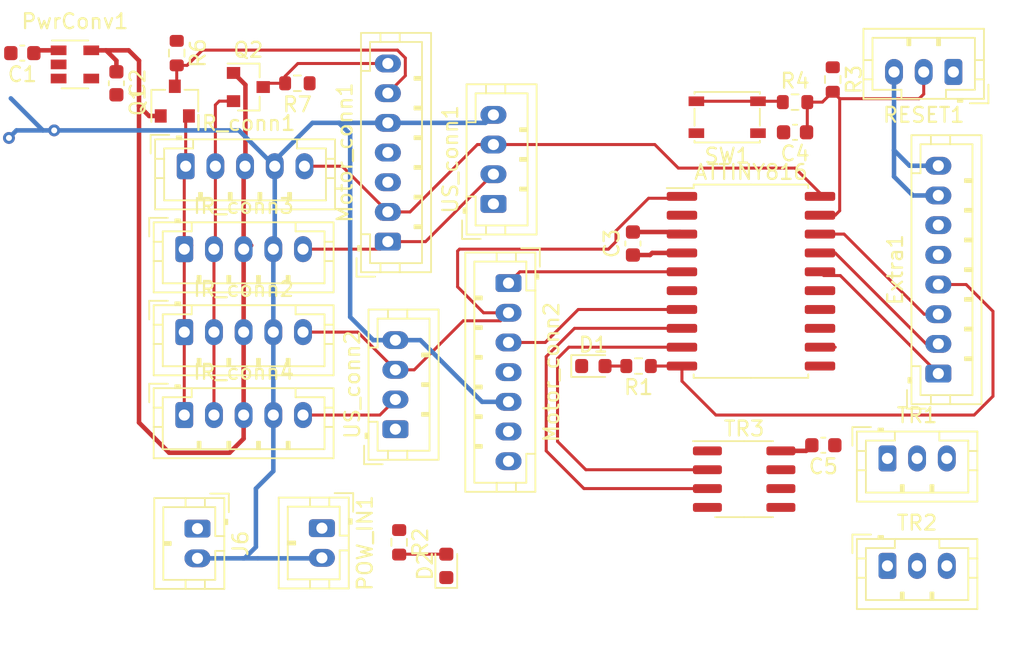
<source format=kicad_pcb>
(kicad_pcb (version 20171130) (host pcbnew "(5.1.9)-1")

  (general
    (thickness 1.6)
    (drawings 0)
    (tracks 188)
    (zones 0)
    (modules 33)
    (nets 30)
  )

  (page A4)
  (layers
    (0 F.Cu signal)
    (1 In1.Cu signal)
    (2 In2.Cu signal)
    (31 B.Cu signal)
    (33 F.Adhes user)
    (35 F.Paste user)
    (37 F.SilkS user)
    (39 F.Mask user)
    (40 Dwgs.User user)
    (41 Cmts.User user)
    (42 Eco1.User user)
    (43 Eco2.User user)
    (44 Edge.Cuts user)
    (45 Margin user)
    (46 B.CrtYd user)
    (47 F.CrtYd user)
    (49 F.Fab user)
  )

  (setup
    (last_trace_width 0.2032)
    (trace_clearance 0.2)
    (zone_clearance 0.508)
    (zone_45_only no)
    (trace_min 0.2)
    (via_size 0.8)
    (via_drill 0.4)
    (via_min_size 0.4)
    (via_min_drill 0.3)
    (uvia_size 0.3)
    (uvia_drill 0.1)
    (uvias_allowed no)
    (uvia_min_size 0.2)
    (uvia_min_drill 0.1)
    (edge_width 0.05)
    (segment_width 0.2)
    (pcb_text_width 0.3)
    (pcb_text_size 1.5 1.5)
    (mod_edge_width 0.12)
    (mod_text_size 1 1)
    (mod_text_width 0.15)
    (pad_size 1.524 1.524)
    (pad_drill 0.762)
    (pad_to_mask_clearance 0)
    (aux_axis_origin 0 0)
    (visible_elements 7FFFFFFF)
    (pcbplotparams
      (layerselection 0x010fc_ffffffff)
      (usegerberextensions false)
      (usegerberattributes true)
      (usegerberadvancedattributes true)
      (creategerberjobfile true)
      (excludeedgelayer true)
      (linewidth 0.100000)
      (plotframeref false)
      (viasonmask false)
      (mode 1)
      (useauxorigin false)
      (hpglpennumber 1)
      (hpglpenspeed 20)
      (hpglpendiameter 15.000000)
      (psnegative false)
      (psa4output false)
      (plotreference true)
      (plotvalue true)
      (plotinvisibletext false)
      (padsonsilk false)
      (subtractmaskfromsilk false)
      (outputformat 1)
      (mirror false)
      (drillshape 1)
      (scaleselection 1)
      (outputdirectory ""))
  )

  (net 0 "")
  (net 1 GND)
  (net 2 +5V)
  (net 3 +3V3)
  (net 4 "Net-(D1-Pad2)")
  (net 5 "Net-(D2-Pad2)")
  (net 6 /ECHO1)
  (net 7 /SDA_3V3)
  (net 8 /SCL_3V3)
  (net 9 /ECHO2)
  (net 10 /Out3)
  (net 11 /Out4)
  (net 12 /Interrupt)
  (net 13 /DIR1)
  (net 14 /SDA)
  (net 15 /SCL)
  (net 16 /DIR2)
  (net 17 /PA7)
  (net 18 "Net-(R4-Pad1)")
  (net 19 /TXD)
  (net 20 /DataDirWrite)
  (net 21 /~DataDirRead)
  (net 22 /RXD)
  (net 23 "Net-(ATTINY816-Pad19)")
  (net 24 "Net-(ATTINY816-Pad18)")
  (net 25 "Net-(ATTINY816-Pad17)")
  (net 26 "Net-(ATTINY816-Pad16)")
  (net 27 "Net-(PwrConv1-Pad4)")
  (net 28 /D-)
  (net 29 /D+)

  (net_class Default "This is the default net class."
    (clearance 0.2)
    (trace_width 0.2032)
    (via_dia 0.8)
    (via_drill 0.4)
    (uvia_dia 0.3)
    (uvia_drill 0.1)
    (add_net /D+)
    (add_net /D-)
    (add_net /DIR1)
    (add_net /DIR2)
    (add_net /DataDirWrite)
    (add_net /ECHO1)
    (add_net /ECHO2)
    (add_net /Interrupt)
    (add_net /Out3)
    (add_net /Out4)
    (add_net /PA7)
    (add_net /RXD)
    (add_net /SCL)
    (add_net /SCL_3V3)
    (add_net /SDA)
    (add_net /SDA_3V3)
    (add_net /TXD)
    (add_net /~DataDirRead)
    (add_net "Net-(ATTINY816-Pad16)")
    (add_net "Net-(ATTINY816-Pad17)")
    (add_net "Net-(ATTINY816-Pad18)")
    (add_net "Net-(ATTINY816-Pad19)")
    (add_net "Net-(D1-Pad2)")
    (add_net "Net-(D2-Pad2)")
    (add_net "Net-(PwrConv1-Pad4)")
    (add_net "Net-(R4-Pad1)")
  )

  (net_class "100 Ohm Diff Pair" ""
    (clearance 0.2)
    (trace_width 0.2032)
    (via_dia 0.8)
    (via_drill 0.4)
    (uvia_dia 0.3)
    (uvia_drill 0.1)
  )

  (net_class "Local Power" ""
    (clearance 0.2)
    (trace_width 0.254)
    (via_dia 0.8)
    (via_drill 0.4)
    (uvia_dia 0.3)
    (uvia_drill 0.1)
  )

  (net_class Power ""
    (clearance 0.2)
    (trace_width 0.3048)
    (via_dia 0.8)
    (via_drill 0.4)
    (uvia_dia 0.3)
    (uvia_drill 0.1)
    (add_net +3V3)
    (add_net +5V)
    (add_net GND)
  )

  (module Connector_JST:JST_PH_B5B-PH-K_1x05_P2.00mm_Vertical (layer F.Cu) (tedit 5B7745C2) (tstamp 605EF6A4)
    (at 131.572 56.134)
    (descr "JST PH series connector, B5B-PH-K (http://www.jst-mfg.com/product/pdf/eng/ePH.pdf), generated with kicad-footprint-generator")
    (tags "connector JST PH side entry")
    (path /5FF2DD12)
    (fp_text reference IR_conn2 (at 4 -2.9) (layer F.SilkS)
      (effects (font (size 1 1) (thickness 0.15)))
    )
    (fp_text value IR2 (at 4 4) (layer F.Fab)
      (effects (font (size 1 1) (thickness 0.15)))
    )
    (fp_line (start 10.45 -2.2) (end -2.45 -2.2) (layer F.CrtYd) (width 0.05))
    (fp_line (start 10.45 3.3) (end 10.45 -2.2) (layer F.CrtYd) (width 0.05))
    (fp_line (start -2.45 3.3) (end 10.45 3.3) (layer F.CrtYd) (width 0.05))
    (fp_line (start -2.45 -2.2) (end -2.45 3.3) (layer F.CrtYd) (width 0.05))
    (fp_line (start 9.95 -1.7) (end -1.95 -1.7) (layer F.Fab) (width 0.1))
    (fp_line (start 9.95 2.8) (end 9.95 -1.7) (layer F.Fab) (width 0.1))
    (fp_line (start -1.95 2.8) (end 9.95 2.8) (layer F.Fab) (width 0.1))
    (fp_line (start -1.95 -1.7) (end -1.95 2.8) (layer F.Fab) (width 0.1))
    (fp_line (start -2.36 -2.11) (end -2.36 -0.86) (layer F.Fab) (width 0.1))
    (fp_line (start -1.11 -2.11) (end -2.36 -2.11) (layer F.Fab) (width 0.1))
    (fp_line (start -2.36 -2.11) (end -2.36 -0.86) (layer F.SilkS) (width 0.12))
    (fp_line (start -1.11 -2.11) (end -2.36 -2.11) (layer F.SilkS) (width 0.12))
    (fp_line (start 7 2.3) (end 7 1.8) (layer F.SilkS) (width 0.12))
    (fp_line (start 7.1 1.8) (end 7.1 2.3) (layer F.SilkS) (width 0.12))
    (fp_line (start 6.9 1.8) (end 7.1 1.8) (layer F.SilkS) (width 0.12))
    (fp_line (start 6.9 2.3) (end 6.9 1.8) (layer F.SilkS) (width 0.12))
    (fp_line (start 5 2.3) (end 5 1.8) (layer F.SilkS) (width 0.12))
    (fp_line (start 5.1 1.8) (end 5.1 2.3) (layer F.SilkS) (width 0.12))
    (fp_line (start 4.9 1.8) (end 5.1 1.8) (layer F.SilkS) (width 0.12))
    (fp_line (start 4.9 2.3) (end 4.9 1.8) (layer F.SilkS) (width 0.12))
    (fp_line (start 3 2.3) (end 3 1.8) (layer F.SilkS) (width 0.12))
    (fp_line (start 3.1 1.8) (end 3.1 2.3) (layer F.SilkS) (width 0.12))
    (fp_line (start 2.9 1.8) (end 3.1 1.8) (layer F.SilkS) (width 0.12))
    (fp_line (start 2.9 2.3) (end 2.9 1.8) (layer F.SilkS) (width 0.12))
    (fp_line (start 1 2.3) (end 1 1.8) (layer F.SilkS) (width 0.12))
    (fp_line (start 1.1 1.8) (end 1.1 2.3) (layer F.SilkS) (width 0.12))
    (fp_line (start 0.9 1.8) (end 1.1 1.8) (layer F.SilkS) (width 0.12))
    (fp_line (start 0.9 2.3) (end 0.9 1.8) (layer F.SilkS) (width 0.12))
    (fp_line (start 10.06 0.8) (end 9.45 0.8) (layer F.SilkS) (width 0.12))
    (fp_line (start 10.06 -0.5) (end 9.45 -0.5) (layer F.SilkS) (width 0.12))
    (fp_line (start -2.06 0.8) (end -1.45 0.8) (layer F.SilkS) (width 0.12))
    (fp_line (start -2.06 -0.5) (end -1.45 -0.5) (layer F.SilkS) (width 0.12))
    (fp_line (start 7.5 -1.2) (end 7.5 -1.81) (layer F.SilkS) (width 0.12))
    (fp_line (start 9.45 -1.2) (end 7.5 -1.2) (layer F.SilkS) (width 0.12))
    (fp_line (start 9.45 2.3) (end 9.45 -1.2) (layer F.SilkS) (width 0.12))
    (fp_line (start -1.45 2.3) (end 9.45 2.3) (layer F.SilkS) (width 0.12))
    (fp_line (start -1.45 -1.2) (end -1.45 2.3) (layer F.SilkS) (width 0.12))
    (fp_line (start 0.5 -1.2) (end -1.45 -1.2) (layer F.SilkS) (width 0.12))
    (fp_line (start 0.5 -1.81) (end 0.5 -1.2) (layer F.SilkS) (width 0.12))
    (fp_line (start -0.3 -1.91) (end -0.6 -1.91) (layer F.SilkS) (width 0.12))
    (fp_line (start -0.6 -2.01) (end -0.6 -1.81) (layer F.SilkS) (width 0.12))
    (fp_line (start -0.3 -2.01) (end -0.6 -2.01) (layer F.SilkS) (width 0.12))
    (fp_line (start -0.3 -1.81) (end -0.3 -2.01) (layer F.SilkS) (width 0.12))
    (fp_line (start 10.06 -1.81) (end -2.06 -1.81) (layer F.SilkS) (width 0.12))
    (fp_line (start 10.06 2.91) (end 10.06 -1.81) (layer F.SilkS) (width 0.12))
    (fp_line (start -2.06 2.91) (end 10.06 2.91) (layer F.SilkS) (width 0.12))
    (fp_line (start -2.06 -1.81) (end -2.06 2.91) (layer F.SilkS) (width 0.12))
    (fp_text user %R (at 4 1.5) (layer F.Fab)
      (effects (font (size 1 1) (thickness 0.15)))
    )
    (pad 5 thru_hole oval (at 8 0) (size 1.2 1.75) (drill 0.75) (layers *.Cu *.Mask)
      (net 9 /ECHO2))
    (pad 4 thru_hole oval (at 6 0) (size 1.2 1.75) (drill 0.75) (layers *.Cu *.Mask)
      (net 1 GND))
    (pad 3 thru_hole oval (at 4 0) (size 1.2 1.75) (drill 0.75) (layers *.Cu *.Mask)
      (net 3 +3V3))
    (pad 2 thru_hole oval (at 2 0) (size 1.2 1.75) (drill 0.75) (layers *.Cu *.Mask)
      (net 7 /SDA_3V3))
    (pad 1 thru_hole roundrect (at 0 0) (size 1.2 1.75) (drill 0.75) (layers *.Cu *.Mask) (roundrect_rratio 0.208333)
      (net 8 /SCL_3V3))
    (model ${KISYS3DMOD}/Connector_JST.3dshapes/JST_PH_B5B-PH-K_1x05_P2.00mm_Vertical.wrl
      (at (xyz 0 0 0))
      (scale (xyz 1 1 1))
      (rotate (xyz 0 0 0))
    )
  )

  (module Connector_JST:JST_PH_B4B-PH-K_1x04_P2.00mm_Vertical (layer F.Cu) (tedit 5B7745C2) (tstamp 605EF9C1)
    (at 145.796 62.674 90)
    (descr "JST PH series connector, B4B-PH-K (http://www.jst-mfg.com/product/pdf/eng/ePH.pdf), generated with kicad-footprint-generator")
    (tags "connector JST PH side entry")
    (path /5FFCA8B5)
    (fp_text reference US_conn2 (at 3 -2.9 90) (layer F.SilkS)
      (effects (font (size 1 1) (thickness 0.15)))
    )
    (fp_text value Ultra2 (at 3 4 90) (layer F.Fab)
      (effects (font (size 1 1) (thickness 0.15)))
    )
    (fp_line (start 8.45 -2.2) (end -2.45 -2.2) (layer F.CrtYd) (width 0.05))
    (fp_line (start 8.45 3.3) (end 8.45 -2.2) (layer F.CrtYd) (width 0.05))
    (fp_line (start -2.45 3.3) (end 8.45 3.3) (layer F.CrtYd) (width 0.05))
    (fp_line (start -2.45 -2.2) (end -2.45 3.3) (layer F.CrtYd) (width 0.05))
    (fp_line (start 7.95 -1.7) (end -1.95 -1.7) (layer F.Fab) (width 0.1))
    (fp_line (start 7.95 2.8) (end 7.95 -1.7) (layer F.Fab) (width 0.1))
    (fp_line (start -1.95 2.8) (end 7.95 2.8) (layer F.Fab) (width 0.1))
    (fp_line (start -1.95 -1.7) (end -1.95 2.8) (layer F.Fab) (width 0.1))
    (fp_line (start -2.36 -2.11) (end -2.36 -0.86) (layer F.Fab) (width 0.1))
    (fp_line (start -1.11 -2.11) (end -2.36 -2.11) (layer F.Fab) (width 0.1))
    (fp_line (start -2.36 -2.11) (end -2.36 -0.86) (layer F.SilkS) (width 0.12))
    (fp_line (start -1.11 -2.11) (end -2.36 -2.11) (layer F.SilkS) (width 0.12))
    (fp_line (start 5 2.3) (end 5 1.8) (layer F.SilkS) (width 0.12))
    (fp_line (start 5.1 1.8) (end 5.1 2.3) (layer F.SilkS) (width 0.12))
    (fp_line (start 4.9 1.8) (end 5.1 1.8) (layer F.SilkS) (width 0.12))
    (fp_line (start 4.9 2.3) (end 4.9 1.8) (layer F.SilkS) (width 0.12))
    (fp_line (start 3 2.3) (end 3 1.8) (layer F.SilkS) (width 0.12))
    (fp_line (start 3.1 1.8) (end 3.1 2.3) (layer F.SilkS) (width 0.12))
    (fp_line (start 2.9 1.8) (end 3.1 1.8) (layer F.SilkS) (width 0.12))
    (fp_line (start 2.9 2.3) (end 2.9 1.8) (layer F.SilkS) (width 0.12))
    (fp_line (start 1 2.3) (end 1 1.8) (layer F.SilkS) (width 0.12))
    (fp_line (start 1.1 1.8) (end 1.1 2.3) (layer F.SilkS) (width 0.12))
    (fp_line (start 0.9 1.8) (end 1.1 1.8) (layer F.SilkS) (width 0.12))
    (fp_line (start 0.9 2.3) (end 0.9 1.8) (layer F.SilkS) (width 0.12))
    (fp_line (start 8.06 0.8) (end 7.45 0.8) (layer F.SilkS) (width 0.12))
    (fp_line (start 8.06 -0.5) (end 7.45 -0.5) (layer F.SilkS) (width 0.12))
    (fp_line (start -2.06 0.8) (end -1.45 0.8) (layer F.SilkS) (width 0.12))
    (fp_line (start -2.06 -0.5) (end -1.45 -0.5) (layer F.SilkS) (width 0.12))
    (fp_line (start 5.5 -1.2) (end 5.5 -1.81) (layer F.SilkS) (width 0.12))
    (fp_line (start 7.45 -1.2) (end 5.5 -1.2) (layer F.SilkS) (width 0.12))
    (fp_line (start 7.45 2.3) (end 7.45 -1.2) (layer F.SilkS) (width 0.12))
    (fp_line (start -1.45 2.3) (end 7.45 2.3) (layer F.SilkS) (width 0.12))
    (fp_line (start -1.45 -1.2) (end -1.45 2.3) (layer F.SilkS) (width 0.12))
    (fp_line (start 0.5 -1.2) (end -1.45 -1.2) (layer F.SilkS) (width 0.12))
    (fp_line (start 0.5 -1.81) (end 0.5 -1.2) (layer F.SilkS) (width 0.12))
    (fp_line (start -0.3 -1.91) (end -0.6 -1.91) (layer F.SilkS) (width 0.12))
    (fp_line (start -0.6 -2.01) (end -0.6 -1.81) (layer F.SilkS) (width 0.12))
    (fp_line (start -0.3 -2.01) (end -0.6 -2.01) (layer F.SilkS) (width 0.12))
    (fp_line (start -0.3 -1.81) (end -0.3 -2.01) (layer F.SilkS) (width 0.12))
    (fp_line (start 8.06 -1.81) (end -2.06 -1.81) (layer F.SilkS) (width 0.12))
    (fp_line (start 8.06 2.91) (end 8.06 -1.81) (layer F.SilkS) (width 0.12))
    (fp_line (start -2.06 2.91) (end 8.06 2.91) (layer F.SilkS) (width 0.12))
    (fp_line (start -2.06 -1.81) (end -2.06 2.91) (layer F.SilkS) (width 0.12))
    (fp_text user %R (at 3 1.5 90) (layer F.Fab)
      (effects (font (size 1 1) (thickness 0.15)))
    )
    (pad 4 thru_hole oval (at 6 0 90) (size 1.2 1.75) (drill 0.75) (layers *.Cu *.Mask)
      (net 1 GND))
    (pad 3 thru_hole oval (at 4 0 90) (size 1.2 1.75) (drill 0.75) (layers *.Cu *.Mask)
      (net 9 /ECHO2))
    (pad 2 thru_hole oval (at 2 0 90) (size 1.2 1.75) (drill 0.75) (layers *.Cu *.Mask)
      (net 11 /Out4))
    (pad 1 thru_hole roundrect (at 0 0 90) (size 1.2 1.75) (drill 0.75) (layers *.Cu *.Mask) (roundrect_rratio 0.208333)
      (net 2 +5V))
    (model ${KISYS3DMOD}/Connector_JST.3dshapes/JST_PH_B4B-PH-K_1x04_P2.00mm_Vertical.wrl
      (at (xyz 0 0 0))
      (scale (xyz 1 1 1))
      (rotate (xyz 0 0 0))
    )
  )

  (module Connector_JST:JST_PH_B4B-PH-K_1x04_P2.00mm_Vertical (layer F.Cu) (tedit 5B7745C2) (tstamp 605EF98D)
    (at 152.4 47.498 90)
    (descr "JST PH series connector, B4B-PH-K (http://www.jst-mfg.com/product/pdf/eng/ePH.pdf), generated with kicad-footprint-generator")
    (tags "connector JST PH side entry")
    (path /5FFBB811)
    (fp_text reference US_conn1 (at 3 -2.9 90) (layer F.SilkS)
      (effects (font (size 1 1) (thickness 0.15)))
    )
    (fp_text value Ultra1 (at 3 4 90) (layer F.Fab)
      (effects (font (size 1 1) (thickness 0.15)))
    )
    (fp_line (start 8.45 -2.2) (end -2.45 -2.2) (layer F.CrtYd) (width 0.05))
    (fp_line (start 8.45 3.3) (end 8.45 -2.2) (layer F.CrtYd) (width 0.05))
    (fp_line (start -2.45 3.3) (end 8.45 3.3) (layer F.CrtYd) (width 0.05))
    (fp_line (start -2.45 -2.2) (end -2.45 3.3) (layer F.CrtYd) (width 0.05))
    (fp_line (start 7.95 -1.7) (end -1.95 -1.7) (layer F.Fab) (width 0.1))
    (fp_line (start 7.95 2.8) (end 7.95 -1.7) (layer F.Fab) (width 0.1))
    (fp_line (start -1.95 2.8) (end 7.95 2.8) (layer F.Fab) (width 0.1))
    (fp_line (start -1.95 -1.7) (end -1.95 2.8) (layer F.Fab) (width 0.1))
    (fp_line (start -2.36 -2.11) (end -2.36 -0.86) (layer F.Fab) (width 0.1))
    (fp_line (start -1.11 -2.11) (end -2.36 -2.11) (layer F.Fab) (width 0.1))
    (fp_line (start -2.36 -2.11) (end -2.36 -0.86) (layer F.SilkS) (width 0.12))
    (fp_line (start -1.11 -2.11) (end -2.36 -2.11) (layer F.SilkS) (width 0.12))
    (fp_line (start 5 2.3) (end 5 1.8) (layer F.SilkS) (width 0.12))
    (fp_line (start 5.1 1.8) (end 5.1 2.3) (layer F.SilkS) (width 0.12))
    (fp_line (start 4.9 1.8) (end 5.1 1.8) (layer F.SilkS) (width 0.12))
    (fp_line (start 4.9 2.3) (end 4.9 1.8) (layer F.SilkS) (width 0.12))
    (fp_line (start 3 2.3) (end 3 1.8) (layer F.SilkS) (width 0.12))
    (fp_line (start 3.1 1.8) (end 3.1 2.3) (layer F.SilkS) (width 0.12))
    (fp_line (start 2.9 1.8) (end 3.1 1.8) (layer F.SilkS) (width 0.12))
    (fp_line (start 2.9 2.3) (end 2.9 1.8) (layer F.SilkS) (width 0.12))
    (fp_line (start 1 2.3) (end 1 1.8) (layer F.SilkS) (width 0.12))
    (fp_line (start 1.1 1.8) (end 1.1 2.3) (layer F.SilkS) (width 0.12))
    (fp_line (start 0.9 1.8) (end 1.1 1.8) (layer F.SilkS) (width 0.12))
    (fp_line (start 0.9 2.3) (end 0.9 1.8) (layer F.SilkS) (width 0.12))
    (fp_line (start 8.06 0.8) (end 7.45 0.8) (layer F.SilkS) (width 0.12))
    (fp_line (start 8.06 -0.5) (end 7.45 -0.5) (layer F.SilkS) (width 0.12))
    (fp_line (start -2.06 0.8) (end -1.45 0.8) (layer F.SilkS) (width 0.12))
    (fp_line (start -2.06 -0.5) (end -1.45 -0.5) (layer F.SilkS) (width 0.12))
    (fp_line (start 5.5 -1.2) (end 5.5 -1.81) (layer F.SilkS) (width 0.12))
    (fp_line (start 7.45 -1.2) (end 5.5 -1.2) (layer F.SilkS) (width 0.12))
    (fp_line (start 7.45 2.3) (end 7.45 -1.2) (layer F.SilkS) (width 0.12))
    (fp_line (start -1.45 2.3) (end 7.45 2.3) (layer F.SilkS) (width 0.12))
    (fp_line (start -1.45 -1.2) (end -1.45 2.3) (layer F.SilkS) (width 0.12))
    (fp_line (start 0.5 -1.2) (end -1.45 -1.2) (layer F.SilkS) (width 0.12))
    (fp_line (start 0.5 -1.81) (end 0.5 -1.2) (layer F.SilkS) (width 0.12))
    (fp_line (start -0.3 -1.91) (end -0.6 -1.91) (layer F.SilkS) (width 0.12))
    (fp_line (start -0.6 -2.01) (end -0.6 -1.81) (layer F.SilkS) (width 0.12))
    (fp_line (start -0.3 -2.01) (end -0.6 -2.01) (layer F.SilkS) (width 0.12))
    (fp_line (start -0.3 -1.81) (end -0.3 -2.01) (layer F.SilkS) (width 0.12))
    (fp_line (start 8.06 -1.81) (end -2.06 -1.81) (layer F.SilkS) (width 0.12))
    (fp_line (start 8.06 2.91) (end 8.06 -1.81) (layer F.SilkS) (width 0.12))
    (fp_line (start -2.06 2.91) (end 8.06 2.91) (layer F.SilkS) (width 0.12))
    (fp_line (start -2.06 -1.81) (end -2.06 2.91) (layer F.SilkS) (width 0.12))
    (fp_text user %R (at 3 1.5 90) (layer F.Fab)
      (effects (font (size 1 1) (thickness 0.15)))
    )
    (pad 4 thru_hole oval (at 6 0 90) (size 1.2 1.75) (drill 0.75) (layers *.Cu *.Mask)
      (net 1 GND))
    (pad 3 thru_hole oval (at 4 0 90) (size 1.2 1.75) (drill 0.75) (layers *.Cu *.Mask)
      (net 6 /ECHO1))
    (pad 2 thru_hole oval (at 2 0 90) (size 1.2 1.75) (drill 0.75) (layers *.Cu *.Mask)
      (net 10 /Out3))
    (pad 1 thru_hole roundrect (at 0 0 90) (size 1.2 1.75) (drill 0.75) (layers *.Cu *.Mask) (roundrect_rratio 0.208333)
      (net 2 +5V))
    (model ${KISYS3DMOD}/Connector_JST.3dshapes/JST_PH_B4B-PH-K_1x04_P2.00mm_Vertical.wrl
      (at (xyz 0 0 0))
      (scale (xyz 1 1 1))
      (rotate (xyz 0 0 0))
    )
  )

  (module Package_SO:SOIC-8_3.9x4.9mm_P1.27mm (layer F.Cu) (tedit 5D9F72B1) (tstamp 605EF959)
    (at 169.291 66.04)
    (descr "SOIC, 8 Pin (JEDEC MS-012AA, https://www.analog.com/media/en/package-pcb-resources/package/pkg_pdf/soic_narrow-r/r_8.pdf), generated with kicad-footprint-generator ipc_gullwing_generator.py")
    (tags "SOIC SO")
    (path /603100F0)
    (attr smd)
    (fp_text reference TR3 (at 0 -3.4) (layer F.SilkS)
      (effects (font (size 1 1) (thickness 0.15)))
    )
    (fp_text value SP485CN-L_TR (at 0 3.4) (layer F.Fab)
      (effects (font (size 1 1) (thickness 0.15)))
    )
    (fp_line (start 3.7 -2.7) (end -3.7 -2.7) (layer F.CrtYd) (width 0.05))
    (fp_line (start 3.7 2.7) (end 3.7 -2.7) (layer F.CrtYd) (width 0.05))
    (fp_line (start -3.7 2.7) (end 3.7 2.7) (layer F.CrtYd) (width 0.05))
    (fp_line (start -3.7 -2.7) (end -3.7 2.7) (layer F.CrtYd) (width 0.05))
    (fp_line (start -1.95 -1.475) (end -0.975 -2.45) (layer F.Fab) (width 0.1))
    (fp_line (start -1.95 2.45) (end -1.95 -1.475) (layer F.Fab) (width 0.1))
    (fp_line (start 1.95 2.45) (end -1.95 2.45) (layer F.Fab) (width 0.1))
    (fp_line (start 1.95 -2.45) (end 1.95 2.45) (layer F.Fab) (width 0.1))
    (fp_line (start -0.975 -2.45) (end 1.95 -2.45) (layer F.Fab) (width 0.1))
    (fp_line (start 0 -2.56) (end -3.45 -2.56) (layer F.SilkS) (width 0.12))
    (fp_line (start 0 -2.56) (end 1.95 -2.56) (layer F.SilkS) (width 0.12))
    (fp_line (start 0 2.56) (end -1.95 2.56) (layer F.SilkS) (width 0.12))
    (fp_line (start 0 2.56) (end 1.95 2.56) (layer F.SilkS) (width 0.12))
    (fp_text user %R (at 0 0) (layer F.Fab)
      (effects (font (size 0.98 0.98) (thickness 0.15)))
    )
    (pad 8 smd roundrect (at 2.475 -1.905) (size 1.95 0.6) (layers F.Cu F.Paste F.Mask) (roundrect_rratio 0.25)
      (net 2 +5V))
    (pad 7 smd roundrect (at 2.475 -0.635) (size 1.95 0.6) (layers F.Cu F.Paste F.Mask) (roundrect_rratio 0.25)
      (net 28 /D-))
    (pad 6 smd roundrect (at 2.475 0.635) (size 1.95 0.6) (layers F.Cu F.Paste F.Mask) (roundrect_rratio 0.25)
      (net 29 /D+))
    (pad 5 smd roundrect (at 2.475 1.905) (size 1.95 0.6) (layers F.Cu F.Paste F.Mask) (roundrect_rratio 0.25)
      (net 1 GND))
    (pad 4 smd roundrect (at -2.475 1.905) (size 1.95 0.6) (layers F.Cu F.Paste F.Mask) (roundrect_rratio 0.25)
      (net 19 /TXD))
    (pad 3 smd roundrect (at -2.475 0.635) (size 1.95 0.6) (layers F.Cu F.Paste F.Mask) (roundrect_rratio 0.25)
      (net 20 /DataDirWrite))
    (pad 2 smd roundrect (at -2.475 -0.635) (size 1.95 0.6) (layers F.Cu F.Paste F.Mask) (roundrect_rratio 0.25)
      (net 21 /~DataDirRead))
    (pad 1 smd roundrect (at -2.475 -1.905) (size 1.95 0.6) (layers F.Cu F.Paste F.Mask) (roundrect_rratio 0.25)
      (net 22 /RXD))
    (model ${KISYS3DMOD}/Package_SO.3dshapes/SOIC-8_3.9x4.9mm_P1.27mm.wrl
      (at (xyz 0 0 0))
      (scale (xyz 1 1 1))
      (rotate (xyz 0 0 0))
    )
  )

  (module Connector_JST:JST_PH_B3B-PH-K_1x03_P2.00mm_Vertical (layer F.Cu) (tedit 5B7745C2) (tstamp 605EF93F)
    (at 178.943 71.882)
    (descr "JST PH series connector, B3B-PH-K (http://www.jst-mfg.com/product/pdf/eng/ePH.pdf), generated with kicad-footprint-generator")
    (tags "connector JST PH side entry")
    (path /60508E02)
    (fp_text reference TR2 (at 2 -2.9) (layer F.SilkS)
      (effects (font (size 1 1) (thickness 0.15)))
    )
    (fp_text value Conn_01x03_Male (at 2 4) (layer F.Fab)
      (effects (font (size 1 1) (thickness 0.15)))
    )
    (fp_text user %R (at 2 1.5) (layer F.Fab)
      (effects (font (size 1 1) (thickness 0.15)))
    )
    (fp_line (start -2.06 -1.81) (end -2.06 2.91) (layer F.SilkS) (width 0.12))
    (fp_line (start -2.06 2.91) (end 6.06 2.91) (layer F.SilkS) (width 0.12))
    (fp_line (start 6.06 2.91) (end 6.06 -1.81) (layer F.SilkS) (width 0.12))
    (fp_line (start 6.06 -1.81) (end -2.06 -1.81) (layer F.SilkS) (width 0.12))
    (fp_line (start -0.3 -1.81) (end -0.3 -2.01) (layer F.SilkS) (width 0.12))
    (fp_line (start -0.3 -2.01) (end -0.6 -2.01) (layer F.SilkS) (width 0.12))
    (fp_line (start -0.6 -2.01) (end -0.6 -1.81) (layer F.SilkS) (width 0.12))
    (fp_line (start -0.3 -1.91) (end -0.6 -1.91) (layer F.SilkS) (width 0.12))
    (fp_line (start 0.5 -1.81) (end 0.5 -1.2) (layer F.SilkS) (width 0.12))
    (fp_line (start 0.5 -1.2) (end -1.45 -1.2) (layer F.SilkS) (width 0.12))
    (fp_line (start -1.45 -1.2) (end -1.45 2.3) (layer F.SilkS) (width 0.12))
    (fp_line (start -1.45 2.3) (end 5.45 2.3) (layer F.SilkS) (width 0.12))
    (fp_line (start 5.45 2.3) (end 5.45 -1.2) (layer F.SilkS) (width 0.12))
    (fp_line (start 5.45 -1.2) (end 3.5 -1.2) (layer F.SilkS) (width 0.12))
    (fp_line (start 3.5 -1.2) (end 3.5 -1.81) (layer F.SilkS) (width 0.12))
    (fp_line (start -2.06 -0.5) (end -1.45 -0.5) (layer F.SilkS) (width 0.12))
    (fp_line (start -2.06 0.8) (end -1.45 0.8) (layer F.SilkS) (width 0.12))
    (fp_line (start 6.06 -0.5) (end 5.45 -0.5) (layer F.SilkS) (width 0.12))
    (fp_line (start 6.06 0.8) (end 5.45 0.8) (layer F.SilkS) (width 0.12))
    (fp_line (start 0.9 2.3) (end 0.9 1.8) (layer F.SilkS) (width 0.12))
    (fp_line (start 0.9 1.8) (end 1.1 1.8) (layer F.SilkS) (width 0.12))
    (fp_line (start 1.1 1.8) (end 1.1 2.3) (layer F.SilkS) (width 0.12))
    (fp_line (start 1 2.3) (end 1 1.8) (layer F.SilkS) (width 0.12))
    (fp_line (start 2.9 2.3) (end 2.9 1.8) (layer F.SilkS) (width 0.12))
    (fp_line (start 2.9 1.8) (end 3.1 1.8) (layer F.SilkS) (width 0.12))
    (fp_line (start 3.1 1.8) (end 3.1 2.3) (layer F.SilkS) (width 0.12))
    (fp_line (start 3 2.3) (end 3 1.8) (layer F.SilkS) (width 0.12))
    (fp_line (start -1.11 -2.11) (end -2.36 -2.11) (layer F.SilkS) (width 0.12))
    (fp_line (start -2.36 -2.11) (end -2.36 -0.86) (layer F.SilkS) (width 0.12))
    (fp_line (start -1.11 -2.11) (end -2.36 -2.11) (layer F.Fab) (width 0.1))
    (fp_line (start -2.36 -2.11) (end -2.36 -0.86) (layer F.Fab) (width 0.1))
    (fp_line (start -1.95 -1.7) (end -1.95 2.8) (layer F.Fab) (width 0.1))
    (fp_line (start -1.95 2.8) (end 5.95 2.8) (layer F.Fab) (width 0.1))
    (fp_line (start 5.95 2.8) (end 5.95 -1.7) (layer F.Fab) (width 0.1))
    (fp_line (start 5.95 -1.7) (end -1.95 -1.7) (layer F.Fab) (width 0.1))
    (fp_line (start -2.45 -2.2) (end -2.45 3.3) (layer F.CrtYd) (width 0.05))
    (fp_line (start -2.45 3.3) (end 6.45 3.3) (layer F.CrtYd) (width 0.05))
    (fp_line (start 6.45 3.3) (end 6.45 -2.2) (layer F.CrtYd) (width 0.05))
    (fp_line (start 6.45 -2.2) (end -2.45 -2.2) (layer F.CrtYd) (width 0.05))
    (pad 1 thru_hole roundrect (at 0 0) (size 1.2 1.75) (drill 0.75) (layers *.Cu *.Mask) (roundrect_rratio 0.208333)
      (net 29 /D+))
    (pad 2 thru_hole oval (at 2 0) (size 1.2 1.75) (drill 0.75) (layers *.Cu *.Mask)
      (net 28 /D-))
    (pad 3 thru_hole oval (at 4 0) (size 1.2 1.75) (drill 0.75) (layers *.Cu *.Mask)
      (net 12 /Interrupt))
    (model ${KISYS3DMOD}/Connector_JST.3dshapes/JST_PH_B3B-PH-K_1x03_P2.00mm_Vertical.wrl
      (at (xyz 0 0 0))
      (scale (xyz 1 1 1))
      (rotate (xyz 0 0 0))
    )
  )

  (module Connector_JST:JST_PH_B3B-PH-K_1x03_P2.00mm_Vertical (layer F.Cu) (tedit 5B7745C2) (tstamp 605EF910)
    (at 178.943 64.643)
    (descr "JST PH series connector, B3B-PH-K (http://www.jst-mfg.com/product/pdf/eng/ePH.pdf), generated with kicad-footprint-generator")
    (tags "connector JST PH side entry")
    (path /604D4C51)
    (fp_text reference TR1 (at 2 -2.9) (layer F.SilkS)
      (effects (font (size 1 1) (thickness 0.15)))
    )
    (fp_text value Conn_01x03_Male (at 2 4) (layer F.Fab)
      (effects (font (size 1 1) (thickness 0.15)))
    )
    (fp_text user %R (at 2 1.5) (layer F.Fab)
      (effects (font (size 1 1) (thickness 0.15)))
    )
    (fp_line (start -2.06 -1.81) (end -2.06 2.91) (layer F.SilkS) (width 0.12))
    (fp_line (start -2.06 2.91) (end 6.06 2.91) (layer F.SilkS) (width 0.12))
    (fp_line (start 6.06 2.91) (end 6.06 -1.81) (layer F.SilkS) (width 0.12))
    (fp_line (start 6.06 -1.81) (end -2.06 -1.81) (layer F.SilkS) (width 0.12))
    (fp_line (start -0.3 -1.81) (end -0.3 -2.01) (layer F.SilkS) (width 0.12))
    (fp_line (start -0.3 -2.01) (end -0.6 -2.01) (layer F.SilkS) (width 0.12))
    (fp_line (start -0.6 -2.01) (end -0.6 -1.81) (layer F.SilkS) (width 0.12))
    (fp_line (start -0.3 -1.91) (end -0.6 -1.91) (layer F.SilkS) (width 0.12))
    (fp_line (start 0.5 -1.81) (end 0.5 -1.2) (layer F.SilkS) (width 0.12))
    (fp_line (start 0.5 -1.2) (end -1.45 -1.2) (layer F.SilkS) (width 0.12))
    (fp_line (start -1.45 -1.2) (end -1.45 2.3) (layer F.SilkS) (width 0.12))
    (fp_line (start -1.45 2.3) (end 5.45 2.3) (layer F.SilkS) (width 0.12))
    (fp_line (start 5.45 2.3) (end 5.45 -1.2) (layer F.SilkS) (width 0.12))
    (fp_line (start 5.45 -1.2) (end 3.5 -1.2) (layer F.SilkS) (width 0.12))
    (fp_line (start 3.5 -1.2) (end 3.5 -1.81) (layer F.SilkS) (width 0.12))
    (fp_line (start -2.06 -0.5) (end -1.45 -0.5) (layer F.SilkS) (width 0.12))
    (fp_line (start -2.06 0.8) (end -1.45 0.8) (layer F.SilkS) (width 0.12))
    (fp_line (start 6.06 -0.5) (end 5.45 -0.5) (layer F.SilkS) (width 0.12))
    (fp_line (start 6.06 0.8) (end 5.45 0.8) (layer F.SilkS) (width 0.12))
    (fp_line (start 0.9 2.3) (end 0.9 1.8) (layer F.SilkS) (width 0.12))
    (fp_line (start 0.9 1.8) (end 1.1 1.8) (layer F.SilkS) (width 0.12))
    (fp_line (start 1.1 1.8) (end 1.1 2.3) (layer F.SilkS) (width 0.12))
    (fp_line (start 1 2.3) (end 1 1.8) (layer F.SilkS) (width 0.12))
    (fp_line (start 2.9 2.3) (end 2.9 1.8) (layer F.SilkS) (width 0.12))
    (fp_line (start 2.9 1.8) (end 3.1 1.8) (layer F.SilkS) (width 0.12))
    (fp_line (start 3.1 1.8) (end 3.1 2.3) (layer F.SilkS) (width 0.12))
    (fp_line (start 3 2.3) (end 3 1.8) (layer F.SilkS) (width 0.12))
    (fp_line (start -1.11 -2.11) (end -2.36 -2.11) (layer F.SilkS) (width 0.12))
    (fp_line (start -2.36 -2.11) (end -2.36 -0.86) (layer F.SilkS) (width 0.12))
    (fp_line (start -1.11 -2.11) (end -2.36 -2.11) (layer F.Fab) (width 0.1))
    (fp_line (start -2.36 -2.11) (end -2.36 -0.86) (layer F.Fab) (width 0.1))
    (fp_line (start -1.95 -1.7) (end -1.95 2.8) (layer F.Fab) (width 0.1))
    (fp_line (start -1.95 2.8) (end 5.95 2.8) (layer F.Fab) (width 0.1))
    (fp_line (start 5.95 2.8) (end 5.95 -1.7) (layer F.Fab) (width 0.1))
    (fp_line (start 5.95 -1.7) (end -1.95 -1.7) (layer F.Fab) (width 0.1))
    (fp_line (start -2.45 -2.2) (end -2.45 3.3) (layer F.CrtYd) (width 0.05))
    (fp_line (start -2.45 3.3) (end 6.45 3.3) (layer F.CrtYd) (width 0.05))
    (fp_line (start 6.45 3.3) (end 6.45 -2.2) (layer F.CrtYd) (width 0.05))
    (fp_line (start 6.45 -2.2) (end -2.45 -2.2) (layer F.CrtYd) (width 0.05))
    (pad 1 thru_hole roundrect (at 0 0) (size 1.2 1.75) (drill 0.75) (layers *.Cu *.Mask) (roundrect_rratio 0.208333)
      (net 29 /D+))
    (pad 2 thru_hole oval (at 2 0) (size 1.2 1.75) (drill 0.75) (layers *.Cu *.Mask)
      (net 28 /D-))
    (pad 3 thru_hole oval (at 4 0) (size 1.2 1.75) (drill 0.75) (layers *.Cu *.Mask)
      (net 12 /Interrupt))
    (model ${KISYS3DMOD}/Connector_JST.3dshapes/JST_PH_B3B-PH-K_1x03_P2.00mm_Vertical.wrl
      (at (xyz 0 0 0))
      (scale (xyz 1 1 1))
      (rotate (xyz 0 0 0))
    )
  )

  (module SimpleUCLib:SW_SPST_PTS815 (layer F.Cu) (tedit 5F456D3A) (tstamp 605EF8E1)
    (at 168.148 41.656 180)
    (descr "C&K Components, PTS 810 Series, Microminiature SMT Top Actuated, http://www.ckswitches.com/media/1476/pts810.pdf")
    (tags "SPST Button Switch")
    (path /6016C315)
    (attr smd)
    (fp_text reference SW1 (at 0 -2.6) (layer F.SilkS)
      (effects (font (size 1 1) (thickness 0.15)))
    )
    (fp_text value SW_Push (at 0 2.6) (layer F.Fab)
      (effects (font (size 1 1) (thickness 0.15)))
    )
    (fp_line (start -2.85 -1.85) (end 2.85 -1.85) (layer F.CrtYd) (width 0.05))
    (fp_line (start -2.85 1.85) (end -2.85 -1.85) (layer F.CrtYd) (width 0.05))
    (fp_line (start 2.85 1.85) (end -2.85 1.85) (layer F.CrtYd) (width 0.05))
    (fp_line (start 2.85 -1.85) (end 2.85 1.85) (layer F.CrtYd) (width 0.05))
    (fp_line (start 2.2 -1.58) (end 2.2 -1.7) (layer F.SilkS) (width 0.12))
    (fp_line (start 2.2 0.57) (end 2.2 -0.57) (layer F.SilkS) (width 0.12))
    (fp_line (start 2.2 1.7) (end 2.2 1.58) (layer F.SilkS) (width 0.12))
    (fp_line (start -2.2 1.7) (end 2.2 1.7) (layer F.SilkS) (width 0.12))
    (fp_line (start -2.2 1.58) (end -2.2 1.7) (layer F.SilkS) (width 0.12))
    (fp_line (start -2.2 -0.57) (end -2.2 0.57) (layer F.SilkS) (width 0.12))
    (fp_line (start -2.2 -1.7) (end -2.2 -1.58) (layer F.SilkS) (width 0.12))
    (fp_line (start 2.2 -1.7) (end -2.2 -1.7) (layer F.SilkS) (width 0.12))
    (fp_line (start 0.4 1.1) (end -0.4 1.1) (layer F.Fab) (width 0.1))
    (fp_line (start -0.4 -1.1) (end 0.4 -1.1) (layer F.Fab) (width 0.1))
    (fp_line (start -2.1 1.6) (end 2.1 1.6) (layer F.Fab) (width 0.1))
    (fp_line (start -2.1 -1.6) (end -2.1 1.6) (layer F.Fab) (width 0.1))
    (fp_line (start 2.1 -1.6) (end -2.1 -1.6) (layer F.Fab) (width 0.1))
    (fp_line (start 2.1 1.6) (end 2.1 -1.6) (layer F.Fab) (width 0.1))
    (fp_arc (start 0.4 0) (end 0.4 -1.1) (angle 180) (layer F.Fab) (width 0.1))
    (fp_arc (start -0.4 0) (end -0.4 1.1) (angle 180) (layer F.Fab) (width 0.1))
    (fp_text user %R (at 0 0) (layer F.Fab)
      (effects (font (size 0.6 0.6) (thickness 0.09)))
    )
    (pad 2 smd rect (at 2.075 1.075 180) (size 1.05 0.65) (layers F.Cu F.Paste F.Mask)
      (net 18 "Net-(R4-Pad1)"))
    (pad 2 smd rect (at -2.075 1.075 180) (size 1.05 0.65) (layers F.Cu F.Paste F.Mask)
      (net 18 "Net-(R4-Pad1)"))
    (pad 1 smd rect (at 2.075 -1.075 180) (size 1.05 0.65) (layers F.Cu F.Paste F.Mask)
      (net 1 GND))
    (pad 1 smd rect (at -2.075 -1.075 180) (size 1.05 0.65) (layers F.Cu F.Paste F.Mask)
      (net 1 GND))
    (model ${KISYS3DMOD}/Button_Switch_SMD.3dshapes/SW_SPST_PTS810.wrl
      (at (xyz 0 0 0))
      (scale (xyz 1 1 1))
      (rotate (xyz 0 0 0))
    )
    (model ${KIPRJMOD}/lib/3d/PTS815SJG250SMTRLFS.stp
      (at (xyz 0 0 0))
      (scale (xyz 1 1 1))
      (rotate (xyz 0 0 0))
    )
  )

  (module Connector_JST:JST_PH_B3B-PH-K_1x03_P2.00mm_Vertical (layer F.Cu) (tedit 5B7745C2) (tstamp 605EF8C4)
    (at 183.388 38.608 180)
    (descr "JST PH series connector, B3B-PH-K (http://www.jst-mfg.com/product/pdf/eng/ePH.pdf), generated with kicad-footprint-generator")
    (tags "connector JST PH side entry")
    (path /601E7023)
    (fp_text reference RESET1 (at 2 -2.9) (layer F.SilkS)
      (effects (font (size 1 1) (thickness 0.15)))
    )
    (fp_text value Conn_01x03_Male (at 2 4) (layer F.Fab)
      (effects (font (size 1 1) (thickness 0.15)))
    )
    (fp_line (start 6.45 -2.2) (end -2.45 -2.2) (layer F.CrtYd) (width 0.05))
    (fp_line (start 6.45 3.3) (end 6.45 -2.2) (layer F.CrtYd) (width 0.05))
    (fp_line (start -2.45 3.3) (end 6.45 3.3) (layer F.CrtYd) (width 0.05))
    (fp_line (start -2.45 -2.2) (end -2.45 3.3) (layer F.CrtYd) (width 0.05))
    (fp_line (start 5.95 -1.7) (end -1.95 -1.7) (layer F.Fab) (width 0.1))
    (fp_line (start 5.95 2.8) (end 5.95 -1.7) (layer F.Fab) (width 0.1))
    (fp_line (start -1.95 2.8) (end 5.95 2.8) (layer F.Fab) (width 0.1))
    (fp_line (start -1.95 -1.7) (end -1.95 2.8) (layer F.Fab) (width 0.1))
    (fp_line (start -2.36 -2.11) (end -2.36 -0.86) (layer F.Fab) (width 0.1))
    (fp_line (start -1.11 -2.11) (end -2.36 -2.11) (layer F.Fab) (width 0.1))
    (fp_line (start -2.36 -2.11) (end -2.36 -0.86) (layer F.SilkS) (width 0.12))
    (fp_line (start -1.11 -2.11) (end -2.36 -2.11) (layer F.SilkS) (width 0.12))
    (fp_line (start 3 2.3) (end 3 1.8) (layer F.SilkS) (width 0.12))
    (fp_line (start 3.1 1.8) (end 3.1 2.3) (layer F.SilkS) (width 0.12))
    (fp_line (start 2.9 1.8) (end 3.1 1.8) (layer F.SilkS) (width 0.12))
    (fp_line (start 2.9 2.3) (end 2.9 1.8) (layer F.SilkS) (width 0.12))
    (fp_line (start 1 2.3) (end 1 1.8) (layer F.SilkS) (width 0.12))
    (fp_line (start 1.1 1.8) (end 1.1 2.3) (layer F.SilkS) (width 0.12))
    (fp_line (start 0.9 1.8) (end 1.1 1.8) (layer F.SilkS) (width 0.12))
    (fp_line (start 0.9 2.3) (end 0.9 1.8) (layer F.SilkS) (width 0.12))
    (fp_line (start 6.06 0.8) (end 5.45 0.8) (layer F.SilkS) (width 0.12))
    (fp_line (start 6.06 -0.5) (end 5.45 -0.5) (layer F.SilkS) (width 0.12))
    (fp_line (start -2.06 0.8) (end -1.45 0.8) (layer F.SilkS) (width 0.12))
    (fp_line (start -2.06 -0.5) (end -1.45 -0.5) (layer F.SilkS) (width 0.12))
    (fp_line (start 3.5 -1.2) (end 3.5 -1.81) (layer F.SilkS) (width 0.12))
    (fp_line (start 5.45 -1.2) (end 3.5 -1.2) (layer F.SilkS) (width 0.12))
    (fp_line (start 5.45 2.3) (end 5.45 -1.2) (layer F.SilkS) (width 0.12))
    (fp_line (start -1.45 2.3) (end 5.45 2.3) (layer F.SilkS) (width 0.12))
    (fp_line (start -1.45 -1.2) (end -1.45 2.3) (layer F.SilkS) (width 0.12))
    (fp_line (start 0.5 -1.2) (end -1.45 -1.2) (layer F.SilkS) (width 0.12))
    (fp_line (start 0.5 -1.81) (end 0.5 -1.2) (layer F.SilkS) (width 0.12))
    (fp_line (start -0.3 -1.91) (end -0.6 -1.91) (layer F.SilkS) (width 0.12))
    (fp_line (start -0.6 -2.01) (end -0.6 -1.81) (layer F.SilkS) (width 0.12))
    (fp_line (start -0.3 -2.01) (end -0.6 -2.01) (layer F.SilkS) (width 0.12))
    (fp_line (start -0.3 -1.81) (end -0.3 -2.01) (layer F.SilkS) (width 0.12))
    (fp_line (start 6.06 -1.81) (end -2.06 -1.81) (layer F.SilkS) (width 0.12))
    (fp_line (start 6.06 2.91) (end 6.06 -1.81) (layer F.SilkS) (width 0.12))
    (fp_line (start -2.06 2.91) (end 6.06 2.91) (layer F.SilkS) (width 0.12))
    (fp_line (start -2.06 -1.81) (end -2.06 2.91) (layer F.SilkS) (width 0.12))
    (fp_text user %R (at 2 1.5) (layer F.Fab)
      (effects (font (size 1 1) (thickness 0.15)))
    )
    (pad 3 thru_hole oval (at 4 0 180) (size 1.2 1.75) (drill 0.75) (layers *.Cu *.Mask)
      (net 1 GND))
    (pad 2 thru_hole oval (at 2 0 180) (size 1.2 1.75) (drill 0.75) (layers *.Cu *.Mask)
      (net 23 "Net-(ATTINY816-Pad19)"))
    (pad 1 thru_hole roundrect (at 0 0 180) (size 1.2 1.75) (drill 0.75) (layers *.Cu *.Mask) (roundrect_rratio 0.208333)
      (net 2 +5V))
    (model ${KISYS3DMOD}/Connector_JST.3dshapes/JST_PH_B3B-PH-K_1x03_P2.00mm_Vertical.wrl
      (at (xyz 0 0 0))
      (scale (xyz 1 1 1))
      (rotate (xyz 0 0 0))
    )
  )

  (module Resistor_SMD:R_0603_1608Metric (layer F.Cu) (tedit 5F68FEEE) (tstamp 605EF895)
    (at 139.192 39.37 180)
    (descr "Resistor SMD 0603 (1608 Metric), square (rectangular) end terminal, IPC_7351 nominal, (Body size source: IPC-SM-782 page 72, https://www.pcb-3d.com/wordpress/wp-content/uploads/ipc-sm-782a_amendment_1_and_2.pdf), generated with kicad-footprint-generator")
    (tags resistor)
    (path /604EAEE0)
    (attr smd)
    (fp_text reference R7 (at 0 -1.43) (layer F.SilkS)
      (effects (font (size 1 1) (thickness 0.15)))
    )
    (fp_text value 2k2 (at 0 1.43) (layer F.Fab)
      (effects (font (size 1 1) (thickness 0.15)))
    )
    (fp_line (start 1.48 0.73) (end -1.48 0.73) (layer F.CrtYd) (width 0.05))
    (fp_line (start 1.48 -0.73) (end 1.48 0.73) (layer F.CrtYd) (width 0.05))
    (fp_line (start -1.48 -0.73) (end 1.48 -0.73) (layer F.CrtYd) (width 0.05))
    (fp_line (start -1.48 0.73) (end -1.48 -0.73) (layer F.CrtYd) (width 0.05))
    (fp_line (start -0.237258 0.5225) (end 0.237258 0.5225) (layer F.SilkS) (width 0.12))
    (fp_line (start -0.237258 -0.5225) (end 0.237258 -0.5225) (layer F.SilkS) (width 0.12))
    (fp_line (start 0.8 0.4125) (end -0.8 0.4125) (layer F.Fab) (width 0.1))
    (fp_line (start 0.8 -0.4125) (end 0.8 0.4125) (layer F.Fab) (width 0.1))
    (fp_line (start -0.8 -0.4125) (end 0.8 -0.4125) (layer F.Fab) (width 0.1))
    (fp_line (start -0.8 0.4125) (end -0.8 -0.4125) (layer F.Fab) (width 0.1))
    (fp_text user %R (at 0 0) (layer F.Fab)
      (effects (font (size 0.4 0.4) (thickness 0.06)))
    )
    (pad 2 smd roundrect (at 0.825 0 180) (size 0.8 0.95) (layers F.Cu F.Paste F.Mask) (roundrect_rratio 0.25)
      (net 14 /SDA))
    (pad 1 smd roundrect (at -0.825 0 180) (size 0.8 0.95) (layers F.Cu F.Paste F.Mask) (roundrect_rratio 0.25)
      (net 2 +5V))
    (model ${KISYS3DMOD}/Resistor_SMD.3dshapes/R_0603_1608Metric.wrl
      (at (xyz 0 0 0))
      (scale (xyz 1 1 1))
      (rotate (xyz 0 0 0))
    )
  )

  (module Resistor_SMD:R_0603_1608Metric (layer F.Cu) (tedit 5F68FEEE) (tstamp 605EF884)
    (at 131.064 37.338 270)
    (descr "Resistor SMD 0603 (1608 Metric), square (rectangular) end terminal, IPC_7351 nominal, (Body size source: IPC-SM-782 page 72, https://www.pcb-3d.com/wordpress/wp-content/uploads/ipc-sm-782a_amendment_1_and_2.pdf), generated with kicad-footprint-generator")
    (tags resistor)
    (path /604E3CD0)
    (attr smd)
    (fp_text reference R6 (at 0 -1.43 90) (layer F.SilkS)
      (effects (font (size 1 1) (thickness 0.15)))
    )
    (fp_text value 2k2 (at 0 1.43 90) (layer F.Fab)
      (effects (font (size 1 1) (thickness 0.15)))
    )
    (fp_line (start 1.48 0.73) (end -1.48 0.73) (layer F.CrtYd) (width 0.05))
    (fp_line (start 1.48 -0.73) (end 1.48 0.73) (layer F.CrtYd) (width 0.05))
    (fp_line (start -1.48 -0.73) (end 1.48 -0.73) (layer F.CrtYd) (width 0.05))
    (fp_line (start -1.48 0.73) (end -1.48 -0.73) (layer F.CrtYd) (width 0.05))
    (fp_line (start -0.237258 0.5225) (end 0.237258 0.5225) (layer F.SilkS) (width 0.12))
    (fp_line (start -0.237258 -0.5225) (end 0.237258 -0.5225) (layer F.SilkS) (width 0.12))
    (fp_line (start 0.8 0.4125) (end -0.8 0.4125) (layer F.Fab) (width 0.1))
    (fp_line (start 0.8 -0.4125) (end 0.8 0.4125) (layer F.Fab) (width 0.1))
    (fp_line (start -0.8 -0.4125) (end 0.8 -0.4125) (layer F.Fab) (width 0.1))
    (fp_line (start -0.8 0.4125) (end -0.8 -0.4125) (layer F.Fab) (width 0.1))
    (fp_text user %R (at 0 0 90) (layer F.Fab)
      (effects (font (size 0.4 0.4) (thickness 0.06)))
    )
    (pad 2 smd roundrect (at 0.825 0 270) (size 0.8 0.95) (layers F.Cu F.Paste F.Mask) (roundrect_rratio 0.25)
      (net 15 /SCL))
    (pad 1 smd roundrect (at -0.825 0 270) (size 0.8 0.95) (layers F.Cu F.Paste F.Mask) (roundrect_rratio 0.25)
      (net 2 +5V))
    (model ${KISYS3DMOD}/Resistor_SMD.3dshapes/R_0603_1608Metric.wrl
      (at (xyz 0 0 0))
      (scale (xyz 1 1 1))
      (rotate (xyz 0 0 0))
    )
  )

  (module Resistor_SMD:R_0603_1608Metric (layer F.Cu) (tedit 5F68FEEE) (tstamp 605EF873)
    (at 172.72 40.64)
    (descr "Resistor SMD 0603 (1608 Metric), square (rectangular) end terminal, IPC_7351 nominal, (Body size source: IPC-SM-782 page 72, https://www.pcb-3d.com/wordpress/wp-content/uploads/ipc-sm-782a_amendment_1_and_2.pdf), generated with kicad-footprint-generator")
    (tags resistor)
    (path /601694B6)
    (attr smd)
    (fp_text reference R4 (at 0 -1.43) (layer F.SilkS)
      (effects (font (size 1 1) (thickness 0.15)))
    )
    (fp_text value 330 (at 0 1.43) (layer F.Fab)
      (effects (font (size 1 1) (thickness 0.15)))
    )
    (fp_line (start 1.48 0.73) (end -1.48 0.73) (layer F.CrtYd) (width 0.05))
    (fp_line (start 1.48 -0.73) (end 1.48 0.73) (layer F.CrtYd) (width 0.05))
    (fp_line (start -1.48 -0.73) (end 1.48 -0.73) (layer F.CrtYd) (width 0.05))
    (fp_line (start -1.48 0.73) (end -1.48 -0.73) (layer F.CrtYd) (width 0.05))
    (fp_line (start -0.237258 0.5225) (end 0.237258 0.5225) (layer F.SilkS) (width 0.12))
    (fp_line (start -0.237258 -0.5225) (end 0.237258 -0.5225) (layer F.SilkS) (width 0.12))
    (fp_line (start 0.8 0.4125) (end -0.8 0.4125) (layer F.Fab) (width 0.1))
    (fp_line (start 0.8 -0.4125) (end 0.8 0.4125) (layer F.Fab) (width 0.1))
    (fp_line (start -0.8 -0.4125) (end 0.8 -0.4125) (layer F.Fab) (width 0.1))
    (fp_line (start -0.8 0.4125) (end -0.8 -0.4125) (layer F.Fab) (width 0.1))
    (fp_text user %R (at 0 0) (layer F.Fab)
      (effects (font (size 0.4 0.4) (thickness 0.06)))
    )
    (pad 2 smd roundrect (at 0.825 0) (size 0.8 0.95) (layers F.Cu F.Paste F.Mask) (roundrect_rratio 0.25)
      (net 23 "Net-(ATTINY816-Pad19)"))
    (pad 1 smd roundrect (at -0.825 0) (size 0.8 0.95) (layers F.Cu F.Paste F.Mask) (roundrect_rratio 0.25)
      (net 18 "Net-(R4-Pad1)"))
    (model ${KISYS3DMOD}/Resistor_SMD.3dshapes/R_0603_1608Metric.wrl
      (at (xyz 0 0 0))
      (scale (xyz 1 1 1))
      (rotate (xyz 0 0 0))
    )
  )

  (module Resistor_SMD:R_0603_1608Metric (layer F.Cu) (tedit 5F68FEEE) (tstamp 605EF862)
    (at 175.26 39.116 270)
    (descr "Resistor SMD 0603 (1608 Metric), square (rectangular) end terminal, IPC_7351 nominal, (Body size source: IPC-SM-782 page 72, https://www.pcb-3d.com/wordpress/wp-content/uploads/ipc-sm-782a_amendment_1_and_2.pdf), generated with kicad-footprint-generator")
    (tags resistor)
    (path /6016DF3D)
    (attr smd)
    (fp_text reference R3 (at 0 -1.43 90) (layer F.SilkS)
      (effects (font (size 1 1) (thickness 0.15)))
    )
    (fp_text value 10k (at 0 1.43 90) (layer F.Fab)
      (effects (font (size 1 1) (thickness 0.15)))
    )
    (fp_line (start 1.48 0.73) (end -1.48 0.73) (layer F.CrtYd) (width 0.05))
    (fp_line (start 1.48 -0.73) (end 1.48 0.73) (layer F.CrtYd) (width 0.05))
    (fp_line (start -1.48 -0.73) (end 1.48 -0.73) (layer F.CrtYd) (width 0.05))
    (fp_line (start -1.48 0.73) (end -1.48 -0.73) (layer F.CrtYd) (width 0.05))
    (fp_line (start -0.237258 0.5225) (end 0.237258 0.5225) (layer F.SilkS) (width 0.12))
    (fp_line (start -0.237258 -0.5225) (end 0.237258 -0.5225) (layer F.SilkS) (width 0.12))
    (fp_line (start 0.8 0.4125) (end -0.8 0.4125) (layer F.Fab) (width 0.1))
    (fp_line (start 0.8 -0.4125) (end 0.8 0.4125) (layer F.Fab) (width 0.1))
    (fp_line (start -0.8 -0.4125) (end 0.8 -0.4125) (layer F.Fab) (width 0.1))
    (fp_line (start -0.8 0.4125) (end -0.8 -0.4125) (layer F.Fab) (width 0.1))
    (fp_text user %R (at 0 0 90) (layer F.Fab)
      (effects (font (size 0.4 0.4) (thickness 0.06)))
    )
    (pad 2 smd roundrect (at 0.825 0 270) (size 0.8 0.95) (layers F.Cu F.Paste F.Mask) (roundrect_rratio 0.25)
      (net 23 "Net-(ATTINY816-Pad19)"))
    (pad 1 smd roundrect (at -0.825 0 270) (size 0.8 0.95) (layers F.Cu F.Paste F.Mask) (roundrect_rratio 0.25)
      (net 2 +5V))
    (model ${KISYS3DMOD}/Resistor_SMD.3dshapes/R_0603_1608Metric.wrl
      (at (xyz 0 0 0))
      (scale (xyz 1 1 1))
      (rotate (xyz 0 0 0))
    )
  )

  (module Resistor_SMD:R_0603_1608Metric (layer F.Cu) (tedit 5F68FEEE) (tstamp 605EF851)
    (at 146.05 70.295 270)
    (descr "Resistor SMD 0603 (1608 Metric), square (rectangular) end terminal, IPC_7351 nominal, (Body size source: IPC-SM-782 page 72, https://www.pcb-3d.com/wordpress/wp-content/uploads/ipc-sm-782a_amendment_1_and_2.pdf), generated with kicad-footprint-generator")
    (tags resistor)
    (path /60618D1B)
    (attr smd)
    (fp_text reference R2 (at 0 -1.43 90) (layer F.SilkS)
      (effects (font (size 1 1) (thickness 0.15)))
    )
    (fp_text value R (at 0 1.43 90) (layer F.Fab)
      (effects (font (size 1 1) (thickness 0.15)))
    )
    (fp_line (start 1.48 0.73) (end -1.48 0.73) (layer F.CrtYd) (width 0.05))
    (fp_line (start 1.48 -0.73) (end 1.48 0.73) (layer F.CrtYd) (width 0.05))
    (fp_line (start -1.48 -0.73) (end 1.48 -0.73) (layer F.CrtYd) (width 0.05))
    (fp_line (start -1.48 0.73) (end -1.48 -0.73) (layer F.CrtYd) (width 0.05))
    (fp_line (start -0.237258 0.5225) (end 0.237258 0.5225) (layer F.SilkS) (width 0.12))
    (fp_line (start -0.237258 -0.5225) (end 0.237258 -0.5225) (layer F.SilkS) (width 0.12))
    (fp_line (start 0.8 0.4125) (end -0.8 0.4125) (layer F.Fab) (width 0.1))
    (fp_line (start 0.8 -0.4125) (end 0.8 0.4125) (layer F.Fab) (width 0.1))
    (fp_line (start -0.8 -0.4125) (end 0.8 -0.4125) (layer F.Fab) (width 0.1))
    (fp_line (start -0.8 0.4125) (end -0.8 -0.4125) (layer F.Fab) (width 0.1))
    (fp_text user %R (at 0 0 90) (layer F.Fab)
      (effects (font (size 0.4 0.4) (thickness 0.06)))
    )
    (pad 2 smd roundrect (at 0.825 0 270) (size 0.8 0.95) (layers F.Cu F.Paste F.Mask) (roundrect_rratio 0.25)
      (net 5 "Net-(D2-Pad2)"))
    (pad 1 smd roundrect (at -0.825 0 270) (size 0.8 0.95) (layers F.Cu F.Paste F.Mask) (roundrect_rratio 0.25)
      (net 2 +5V))
    (model ${KISYS3DMOD}/Resistor_SMD.3dshapes/R_0603_1608Metric.wrl
      (at (xyz 0 0 0))
      (scale (xyz 1 1 1))
      (rotate (xyz 0 0 0))
    )
  )

  (module Resistor_SMD:R_0603_1608Metric (layer F.Cu) (tedit 5F68FEEE) (tstamp 605EF840)
    (at 162.179 58.42 180)
    (descr "Resistor SMD 0603 (1608 Metric), square (rectangular) end terminal, IPC_7351 nominal, (Body size source: IPC-SM-782 page 72, https://www.pcb-3d.com/wordpress/wp-content/uploads/ipc-sm-782a_amendment_1_and_2.pdf), generated with kicad-footprint-generator")
    (tags resistor)
    (path /606058D7)
    (attr smd)
    (fp_text reference R1 (at 0 -1.43) (layer F.SilkS)
      (effects (font (size 1 1) (thickness 0.15)))
    )
    (fp_text value R (at 0 1.43) (layer F.Fab)
      (effects (font (size 1 1) (thickness 0.15)))
    )
    (fp_line (start 1.48 0.73) (end -1.48 0.73) (layer F.CrtYd) (width 0.05))
    (fp_line (start 1.48 -0.73) (end 1.48 0.73) (layer F.CrtYd) (width 0.05))
    (fp_line (start -1.48 -0.73) (end 1.48 -0.73) (layer F.CrtYd) (width 0.05))
    (fp_line (start -1.48 0.73) (end -1.48 -0.73) (layer F.CrtYd) (width 0.05))
    (fp_line (start -0.237258 0.5225) (end 0.237258 0.5225) (layer F.SilkS) (width 0.12))
    (fp_line (start -0.237258 -0.5225) (end 0.237258 -0.5225) (layer F.SilkS) (width 0.12))
    (fp_line (start 0.8 0.4125) (end -0.8 0.4125) (layer F.Fab) (width 0.1))
    (fp_line (start 0.8 -0.4125) (end 0.8 0.4125) (layer F.Fab) (width 0.1))
    (fp_line (start -0.8 -0.4125) (end 0.8 -0.4125) (layer F.Fab) (width 0.1))
    (fp_line (start -0.8 0.4125) (end -0.8 -0.4125) (layer F.Fab) (width 0.1))
    (fp_text user %R (at 0 0) (layer F.Fab)
      (effects (font (size 0.4 0.4) (thickness 0.06)))
    )
    (pad 2 smd roundrect (at 0.825 0 180) (size 0.8 0.95) (layers F.Cu F.Paste F.Mask) (roundrect_rratio 0.25)
      (net 4 "Net-(D1-Pad2)"))
    (pad 1 smd roundrect (at -0.825 0 180) (size 0.8 0.95) (layers F.Cu F.Paste F.Mask) (roundrect_rratio 0.25)
      (net 17 /PA7))
    (model ${KISYS3DMOD}/Resistor_SMD.3dshapes/R_0603_1608Metric.wrl
      (at (xyz 0 0 0))
      (scale (xyz 1 1 1))
      (rotate (xyz 0 0 0))
    )
  )

  (module Package_TO_SOT_SMD:SOT-23 (layer F.Cu) (tedit 5A02FF57) (tstamp 605EF82F)
    (at 135.89 39.624)
    (descr "SOT-23, Standard")
    (tags SOT-23)
    (path /6049CE75)
    (attr smd)
    (fp_text reference Q2 (at 0 -2.5) (layer F.SilkS)
      (effects (font (size 1 1) (thickness 0.15)))
    )
    (fp_text value BSS138 (at 0 2.5) (layer F.Fab)
      (effects (font (size 1 1) (thickness 0.15)))
    )
    (fp_line (start 0.76 1.58) (end -0.7 1.58) (layer F.SilkS) (width 0.12))
    (fp_line (start 0.76 -1.58) (end -1.4 -1.58) (layer F.SilkS) (width 0.12))
    (fp_line (start -1.7 1.75) (end -1.7 -1.75) (layer F.CrtYd) (width 0.05))
    (fp_line (start 1.7 1.75) (end -1.7 1.75) (layer F.CrtYd) (width 0.05))
    (fp_line (start 1.7 -1.75) (end 1.7 1.75) (layer F.CrtYd) (width 0.05))
    (fp_line (start -1.7 -1.75) (end 1.7 -1.75) (layer F.CrtYd) (width 0.05))
    (fp_line (start 0.76 -1.58) (end 0.76 -0.65) (layer F.SilkS) (width 0.12))
    (fp_line (start 0.76 1.58) (end 0.76 0.65) (layer F.SilkS) (width 0.12))
    (fp_line (start -0.7 1.52) (end 0.7 1.52) (layer F.Fab) (width 0.1))
    (fp_line (start 0.7 -1.52) (end 0.7 1.52) (layer F.Fab) (width 0.1))
    (fp_line (start -0.7 -0.95) (end -0.15 -1.52) (layer F.Fab) (width 0.1))
    (fp_line (start -0.15 -1.52) (end 0.7 -1.52) (layer F.Fab) (width 0.1))
    (fp_line (start -0.7 -0.95) (end -0.7 1.5) (layer F.Fab) (width 0.1))
    (fp_text user %R (at 0 0 90) (layer F.Fab)
      (effects (font (size 0.5 0.5) (thickness 0.075)))
    )
    (pad 3 smd rect (at 1 0) (size 0.9 0.8) (layers F.Cu F.Paste F.Mask)
      (net 14 /SDA))
    (pad 2 smd rect (at -1 0.95) (size 0.9 0.8) (layers F.Cu F.Paste F.Mask)
      (net 7 /SDA_3V3))
    (pad 1 smd rect (at -1 -0.95) (size 0.9 0.8) (layers F.Cu F.Paste F.Mask)
      (net 3 +3V3))
    (model ${KISYS3DMOD}/Package_TO_SOT_SMD.3dshapes/SOT-23.wrl
      (at (xyz 0 0 0))
      (scale (xyz 1 1 1))
      (rotate (xyz 0 0 0))
    )
  )

  (module Package_TO_SOT_SMD:SOT-23 (layer F.Cu) (tedit 5A02FF57) (tstamp 605EF81A)
    (at 130.936 40.572 90)
    (descr "SOT-23, Standard")
    (tags SOT-23)
    (path /604955DF)
    (attr smd)
    (fp_text reference Q1 (at 0 -2.5 90) (layer F.SilkS)
      (effects (font (size 1 1) (thickness 0.15)))
    )
    (fp_text value BSS138 (at 0 2.5 90) (layer F.Fab)
      (effects (font (size 1 1) (thickness 0.15)))
    )
    (fp_line (start 0.76 1.58) (end -0.7 1.58) (layer F.SilkS) (width 0.12))
    (fp_line (start 0.76 -1.58) (end -1.4 -1.58) (layer F.SilkS) (width 0.12))
    (fp_line (start -1.7 1.75) (end -1.7 -1.75) (layer F.CrtYd) (width 0.05))
    (fp_line (start 1.7 1.75) (end -1.7 1.75) (layer F.CrtYd) (width 0.05))
    (fp_line (start 1.7 -1.75) (end 1.7 1.75) (layer F.CrtYd) (width 0.05))
    (fp_line (start -1.7 -1.75) (end 1.7 -1.75) (layer F.CrtYd) (width 0.05))
    (fp_line (start 0.76 -1.58) (end 0.76 -0.65) (layer F.SilkS) (width 0.12))
    (fp_line (start 0.76 1.58) (end 0.76 0.65) (layer F.SilkS) (width 0.12))
    (fp_line (start -0.7 1.52) (end 0.7 1.52) (layer F.Fab) (width 0.1))
    (fp_line (start 0.7 -1.52) (end 0.7 1.52) (layer F.Fab) (width 0.1))
    (fp_line (start -0.7 -0.95) (end -0.15 -1.52) (layer F.Fab) (width 0.1))
    (fp_line (start -0.15 -1.52) (end 0.7 -1.52) (layer F.Fab) (width 0.1))
    (fp_line (start -0.7 -0.95) (end -0.7 1.5) (layer F.Fab) (width 0.1))
    (fp_text user %R (at 0 0) (layer F.Fab)
      (effects (font (size 0.5 0.5) (thickness 0.075)))
    )
    (pad 3 smd rect (at 1 0 90) (size 0.9 0.8) (layers F.Cu F.Paste F.Mask)
      (net 15 /SCL))
    (pad 2 smd rect (at -1 0.95 90) (size 0.9 0.8) (layers F.Cu F.Paste F.Mask)
      (net 8 /SCL_3V3))
    (pad 1 smd rect (at -1 -0.95 90) (size 0.9 0.8) (layers F.Cu F.Paste F.Mask)
      (net 3 +3V3))
    (model ${KISYS3DMOD}/Package_TO_SOT_SMD.3dshapes/SOT-23.wrl
      (at (xyz 0 0 0))
      (scale (xyz 1 1 1))
      (rotate (xyz 0 0 0))
    )
  )

  (module Package_TO_SOT_SMD:SOT-23-5 (layer F.Cu) (tedit 5A02FF57) (tstamp 605EF805)
    (at 124.206 38.1)
    (descr "5-pin SOT23 package")
    (tags SOT-23-5)
    (path /600825A1)
    (attr smd)
    (fp_text reference PwrConv1 (at 0 -2.9) (layer F.SilkS)
      (effects (font (size 1 1) (thickness 0.15)))
    )
    (fp_text value AP7366 (at 0 2.9) (layer F.Fab)
      (effects (font (size 1 1) (thickness 0.15)))
    )
    (fp_line (start 0.9 -1.55) (end 0.9 1.55) (layer F.Fab) (width 0.1))
    (fp_line (start 0.9 1.55) (end -0.9 1.55) (layer F.Fab) (width 0.1))
    (fp_line (start -0.9 -0.9) (end -0.9 1.55) (layer F.Fab) (width 0.1))
    (fp_line (start 0.9 -1.55) (end -0.25 -1.55) (layer F.Fab) (width 0.1))
    (fp_line (start -0.9 -0.9) (end -0.25 -1.55) (layer F.Fab) (width 0.1))
    (fp_line (start -1.9 1.8) (end -1.9 -1.8) (layer F.CrtYd) (width 0.05))
    (fp_line (start 1.9 1.8) (end -1.9 1.8) (layer F.CrtYd) (width 0.05))
    (fp_line (start 1.9 -1.8) (end 1.9 1.8) (layer F.CrtYd) (width 0.05))
    (fp_line (start -1.9 -1.8) (end 1.9 -1.8) (layer F.CrtYd) (width 0.05))
    (fp_line (start 0.9 -1.61) (end -1.55 -1.61) (layer F.SilkS) (width 0.12))
    (fp_line (start -0.9 1.61) (end 0.9 1.61) (layer F.SilkS) (width 0.12))
    (fp_text user %R (at 0 0 90) (layer F.Fab)
      (effects (font (size 0.5 0.5) (thickness 0.075)))
    )
    (pad 5 smd rect (at 1.1 -0.95) (size 1.06 0.65) (layers F.Cu F.Paste F.Mask)
      (net 3 +3V3))
    (pad 4 smd rect (at 1.1 0.95) (size 1.06 0.65) (layers F.Cu F.Paste F.Mask)
      (net 27 "Net-(PwrConv1-Pad4)"))
    (pad 3 smd rect (at -1.1 0.95) (size 1.06 0.65) (layers F.Cu F.Paste F.Mask)
      (net 2 +5V))
    (pad 2 smd rect (at -1.1 0) (size 1.06 0.65) (layers F.Cu F.Paste F.Mask)
      (net 1 GND))
    (pad 1 smd rect (at -1.1 -0.95) (size 1.06 0.65) (layers F.Cu F.Paste F.Mask)
      (net 2 +5V))
    (model ${KISYS3DMOD}/Package_TO_SOT_SMD.3dshapes/SOT-23-5.wrl
      (at (xyz 0 0 0))
      (scale (xyz 1 1 1))
      (rotate (xyz 0 0 0))
    )
  )

  (module Connector_JST:JST_PH_B2B-PH-K_1x02_P2.00mm_Vertical (layer F.Cu) (tedit 5B7745C2) (tstamp 605EF7F0)
    (at 140.843 69.342 270)
    (descr "JST PH series connector, B2B-PH-K (http://www.jst-mfg.com/product/pdf/eng/ePH.pdf), generated with kicad-footprint-generator")
    (tags "connector JST PH side entry")
    (path /6022062E)
    (fp_text reference POW_IN1 (at 1 -2.9 90) (layer F.SilkS)
      (effects (font (size 1 1) (thickness 0.15)))
    )
    (fp_text value Conn_01x02_Female (at 1 4 90) (layer F.Fab)
      (effects (font (size 1 1) (thickness 0.15)))
    )
    (fp_line (start 4.45 -2.2) (end -2.45 -2.2) (layer F.CrtYd) (width 0.05))
    (fp_line (start 4.45 3.3) (end 4.45 -2.2) (layer F.CrtYd) (width 0.05))
    (fp_line (start -2.45 3.3) (end 4.45 3.3) (layer F.CrtYd) (width 0.05))
    (fp_line (start -2.45 -2.2) (end -2.45 3.3) (layer F.CrtYd) (width 0.05))
    (fp_line (start 3.95 -1.7) (end -1.95 -1.7) (layer F.Fab) (width 0.1))
    (fp_line (start 3.95 2.8) (end 3.95 -1.7) (layer F.Fab) (width 0.1))
    (fp_line (start -1.95 2.8) (end 3.95 2.8) (layer F.Fab) (width 0.1))
    (fp_line (start -1.95 -1.7) (end -1.95 2.8) (layer F.Fab) (width 0.1))
    (fp_line (start -2.36 -2.11) (end -2.36 -0.86) (layer F.Fab) (width 0.1))
    (fp_line (start -1.11 -2.11) (end -2.36 -2.11) (layer F.Fab) (width 0.1))
    (fp_line (start -2.36 -2.11) (end -2.36 -0.86) (layer F.SilkS) (width 0.12))
    (fp_line (start -1.11 -2.11) (end -2.36 -2.11) (layer F.SilkS) (width 0.12))
    (fp_line (start 1 2.3) (end 1 1.8) (layer F.SilkS) (width 0.12))
    (fp_line (start 1.1 1.8) (end 1.1 2.3) (layer F.SilkS) (width 0.12))
    (fp_line (start 0.9 1.8) (end 1.1 1.8) (layer F.SilkS) (width 0.12))
    (fp_line (start 0.9 2.3) (end 0.9 1.8) (layer F.SilkS) (width 0.12))
    (fp_line (start 4.06 0.8) (end 3.45 0.8) (layer F.SilkS) (width 0.12))
    (fp_line (start 4.06 -0.5) (end 3.45 -0.5) (layer F.SilkS) (width 0.12))
    (fp_line (start -2.06 0.8) (end -1.45 0.8) (layer F.SilkS) (width 0.12))
    (fp_line (start -2.06 -0.5) (end -1.45 -0.5) (layer F.SilkS) (width 0.12))
    (fp_line (start 1.5 -1.2) (end 1.5 -1.81) (layer F.SilkS) (width 0.12))
    (fp_line (start 3.45 -1.2) (end 1.5 -1.2) (layer F.SilkS) (width 0.12))
    (fp_line (start 3.45 2.3) (end 3.45 -1.2) (layer F.SilkS) (width 0.12))
    (fp_line (start -1.45 2.3) (end 3.45 2.3) (layer F.SilkS) (width 0.12))
    (fp_line (start -1.45 -1.2) (end -1.45 2.3) (layer F.SilkS) (width 0.12))
    (fp_line (start 0.5 -1.2) (end -1.45 -1.2) (layer F.SilkS) (width 0.12))
    (fp_line (start 0.5 -1.81) (end 0.5 -1.2) (layer F.SilkS) (width 0.12))
    (fp_line (start -0.3 -1.91) (end -0.6 -1.91) (layer F.SilkS) (width 0.12))
    (fp_line (start -0.6 -2.01) (end -0.6 -1.81) (layer F.SilkS) (width 0.12))
    (fp_line (start -0.3 -2.01) (end -0.6 -2.01) (layer F.SilkS) (width 0.12))
    (fp_line (start -0.3 -1.81) (end -0.3 -2.01) (layer F.SilkS) (width 0.12))
    (fp_line (start 4.06 -1.81) (end -2.06 -1.81) (layer F.SilkS) (width 0.12))
    (fp_line (start 4.06 2.91) (end 4.06 -1.81) (layer F.SilkS) (width 0.12))
    (fp_line (start -2.06 2.91) (end 4.06 2.91) (layer F.SilkS) (width 0.12))
    (fp_line (start -2.06 -1.81) (end -2.06 2.91) (layer F.SilkS) (width 0.12))
    (fp_text user %R (at 1 1.5 90) (layer F.Fab)
      (effects (font (size 1 1) (thickness 0.15)))
    )
    (pad 2 thru_hole oval (at 2 0 270) (size 1.2 1.75) (drill 0.75) (layers *.Cu *.Mask)
      (net 1 GND))
    (pad 1 thru_hole roundrect (at 0 0 270) (size 1.2 1.75) (drill 0.75) (layers *.Cu *.Mask) (roundrect_rratio 0.208333)
      (net 2 +5V))
    (model ${KISYS3DMOD}/Connector_JST.3dshapes/JST_PH_B2B-PH-K_1x02_P2.00mm_Vertical.wrl
      (at (xyz 0 0 0))
      (scale (xyz 1 1 1))
      (rotate (xyz 0 0 0))
    )
  )

  (module Connector_JST:JST_PH_B7B-PH-K_1x07_P2.00mm_Vertical (layer F.Cu) (tedit 5B7745C2) (tstamp 605EF7C6)
    (at 153.416 52.832 270)
    (descr "JST PH series connector, B7B-PH-K (http://www.jst-mfg.com/product/pdf/eng/ePH.pdf), generated with kicad-footprint-generator")
    (tags "connector JST PH side entry")
    (path /604E1883)
    (fp_text reference Motor_conn2 (at 6 -2.9 90) (layer F.SilkS)
      (effects (font (size 1 1) (thickness 0.15)))
    )
    (fp_text value Motor2 (at 6 4 90) (layer F.Fab)
      (effects (font (size 1 1) (thickness 0.15)))
    )
    (fp_line (start 14.45 -2.2) (end -2.45 -2.2) (layer F.CrtYd) (width 0.05))
    (fp_line (start 14.45 3.3) (end 14.45 -2.2) (layer F.CrtYd) (width 0.05))
    (fp_line (start -2.45 3.3) (end 14.45 3.3) (layer F.CrtYd) (width 0.05))
    (fp_line (start -2.45 -2.2) (end -2.45 3.3) (layer F.CrtYd) (width 0.05))
    (fp_line (start 13.95 -1.7) (end -1.95 -1.7) (layer F.Fab) (width 0.1))
    (fp_line (start 13.95 2.8) (end 13.95 -1.7) (layer F.Fab) (width 0.1))
    (fp_line (start -1.95 2.8) (end 13.95 2.8) (layer F.Fab) (width 0.1))
    (fp_line (start -1.95 -1.7) (end -1.95 2.8) (layer F.Fab) (width 0.1))
    (fp_line (start -2.36 -2.11) (end -2.36 -0.86) (layer F.Fab) (width 0.1))
    (fp_line (start -1.11 -2.11) (end -2.36 -2.11) (layer F.Fab) (width 0.1))
    (fp_line (start -2.36 -2.11) (end -2.36 -0.86) (layer F.SilkS) (width 0.12))
    (fp_line (start -1.11 -2.11) (end -2.36 -2.11) (layer F.SilkS) (width 0.12))
    (fp_line (start 11 2.3) (end 11 1.8) (layer F.SilkS) (width 0.12))
    (fp_line (start 11.1 1.8) (end 11.1 2.3) (layer F.SilkS) (width 0.12))
    (fp_line (start 10.9 1.8) (end 11.1 1.8) (layer F.SilkS) (width 0.12))
    (fp_line (start 10.9 2.3) (end 10.9 1.8) (layer F.SilkS) (width 0.12))
    (fp_line (start 9 2.3) (end 9 1.8) (layer F.SilkS) (width 0.12))
    (fp_line (start 9.1 1.8) (end 9.1 2.3) (layer F.SilkS) (width 0.12))
    (fp_line (start 8.9 1.8) (end 9.1 1.8) (layer F.SilkS) (width 0.12))
    (fp_line (start 8.9 2.3) (end 8.9 1.8) (layer F.SilkS) (width 0.12))
    (fp_line (start 7 2.3) (end 7 1.8) (layer F.SilkS) (width 0.12))
    (fp_line (start 7.1 1.8) (end 7.1 2.3) (layer F.SilkS) (width 0.12))
    (fp_line (start 6.9 1.8) (end 7.1 1.8) (layer F.SilkS) (width 0.12))
    (fp_line (start 6.9 2.3) (end 6.9 1.8) (layer F.SilkS) (width 0.12))
    (fp_line (start 5 2.3) (end 5 1.8) (layer F.SilkS) (width 0.12))
    (fp_line (start 5.1 1.8) (end 5.1 2.3) (layer F.SilkS) (width 0.12))
    (fp_line (start 4.9 1.8) (end 5.1 1.8) (layer F.SilkS) (width 0.12))
    (fp_line (start 4.9 2.3) (end 4.9 1.8) (layer F.SilkS) (width 0.12))
    (fp_line (start 3 2.3) (end 3 1.8) (layer F.SilkS) (width 0.12))
    (fp_line (start 3.1 1.8) (end 3.1 2.3) (layer F.SilkS) (width 0.12))
    (fp_line (start 2.9 1.8) (end 3.1 1.8) (layer F.SilkS) (width 0.12))
    (fp_line (start 2.9 2.3) (end 2.9 1.8) (layer F.SilkS) (width 0.12))
    (fp_line (start 1 2.3) (end 1 1.8) (layer F.SilkS) (width 0.12))
    (fp_line (start 1.1 1.8) (end 1.1 2.3) (layer F.SilkS) (width 0.12))
    (fp_line (start 0.9 1.8) (end 1.1 1.8) (layer F.SilkS) (width 0.12))
    (fp_line (start 0.9 2.3) (end 0.9 1.8) (layer F.SilkS) (width 0.12))
    (fp_line (start 14.06 0.8) (end 13.45 0.8) (layer F.SilkS) (width 0.12))
    (fp_line (start 14.06 -0.5) (end 13.45 -0.5) (layer F.SilkS) (width 0.12))
    (fp_line (start -2.06 0.8) (end -1.45 0.8) (layer F.SilkS) (width 0.12))
    (fp_line (start -2.06 -0.5) (end -1.45 -0.5) (layer F.SilkS) (width 0.12))
    (fp_line (start 11.5 -1.2) (end 11.5 -1.81) (layer F.SilkS) (width 0.12))
    (fp_line (start 13.45 -1.2) (end 11.5 -1.2) (layer F.SilkS) (width 0.12))
    (fp_line (start 13.45 2.3) (end 13.45 -1.2) (layer F.SilkS) (width 0.12))
    (fp_line (start -1.45 2.3) (end 13.45 2.3) (layer F.SilkS) (width 0.12))
    (fp_line (start -1.45 -1.2) (end -1.45 2.3) (layer F.SilkS) (width 0.12))
    (fp_line (start 0.5 -1.2) (end -1.45 -1.2) (layer F.SilkS) (width 0.12))
    (fp_line (start 0.5 -1.81) (end 0.5 -1.2) (layer F.SilkS) (width 0.12))
    (fp_line (start -0.3 -1.91) (end -0.6 -1.91) (layer F.SilkS) (width 0.12))
    (fp_line (start -0.6 -2.01) (end -0.6 -1.81) (layer F.SilkS) (width 0.12))
    (fp_line (start -0.3 -2.01) (end -0.6 -2.01) (layer F.SilkS) (width 0.12))
    (fp_line (start -0.3 -1.81) (end -0.3 -2.01) (layer F.SilkS) (width 0.12))
    (fp_line (start 14.06 -1.81) (end -2.06 -1.81) (layer F.SilkS) (width 0.12))
    (fp_line (start 14.06 2.91) (end 14.06 -1.81) (layer F.SilkS) (width 0.12))
    (fp_line (start -2.06 2.91) (end 14.06 2.91) (layer F.SilkS) (width 0.12))
    (fp_line (start -2.06 -1.81) (end -2.06 2.91) (layer F.SilkS) (width 0.12))
    (fp_text user %R (at 6 1.5 90) (layer F.Fab)
      (effects (font (size 1 1) (thickness 0.15)))
    )
    (pad 7 thru_hole oval (at 12 0 270) (size 1.2 1.75) (drill 0.75) (layers *.Cu *.Mask)
      (net 14 /SDA))
    (pad 6 thru_hole oval (at 10 0 270) (size 1.2 1.75) (drill 0.75) (layers *.Cu *.Mask)
      (net 15 /SCL))
    (pad 5 thru_hole oval (at 8 0 270) (size 1.2 1.75) (drill 0.75) (layers *.Cu *.Mask)
      (net 1 GND))
    (pad 4 thru_hole oval (at 6 0 270) (size 1.2 1.75) (drill 0.75) (layers *.Cu *.Mask)
      (net 2 +5V))
    (pad 3 thru_hole oval (at 4 0 270) (size 1.2 1.75) (drill 0.75) (layers *.Cu *.Mask)
      (net 16 /DIR2))
    (pad 2 thru_hole oval (at 2 0 270) (size 1.2 1.75) (drill 0.75) (layers *.Cu *.Mask)
      (net 9 /ECHO2))
    (pad 1 thru_hole roundrect (at 0 0 270) (size 1.2 1.75) (drill 0.75) (layers *.Cu *.Mask) (roundrect_rratio 0.208333)
      (net 11 /Out4))
    (model ${KISYS3DMOD}/Connector_JST.3dshapes/JST_PH_B7B-PH-K_1x07_P2.00mm_Vertical.wrl
      (at (xyz 0 0 0))
      (scale (xyz 1 1 1))
      (rotate (xyz 0 0 0))
    )
  )

  (module Connector_JST:JST_PH_B7B-PH-K_1x07_P2.00mm_Vertical (layer F.Cu) (tedit 5B7745C2) (tstamp 605EF783)
    (at 145.288 50.038 90)
    (descr "JST PH series connector, B7B-PH-K (http://www.jst-mfg.com/product/pdf/eng/ePH.pdf), generated with kicad-footprint-generator")
    (tags "connector JST PH side entry")
    (path /6049DA52)
    (fp_text reference Motor_conn1 (at 6 -2.9 90) (layer F.SilkS)
      (effects (font (size 1 1) (thickness 0.15)))
    )
    (fp_text value Motor1 (at 6 4 90) (layer F.Fab)
      (effects (font (size 1 1) (thickness 0.15)))
    )
    (fp_line (start 14.45 -2.2) (end -2.45 -2.2) (layer F.CrtYd) (width 0.05))
    (fp_line (start 14.45 3.3) (end 14.45 -2.2) (layer F.CrtYd) (width 0.05))
    (fp_line (start -2.45 3.3) (end 14.45 3.3) (layer F.CrtYd) (width 0.05))
    (fp_line (start -2.45 -2.2) (end -2.45 3.3) (layer F.CrtYd) (width 0.05))
    (fp_line (start 13.95 -1.7) (end -1.95 -1.7) (layer F.Fab) (width 0.1))
    (fp_line (start 13.95 2.8) (end 13.95 -1.7) (layer F.Fab) (width 0.1))
    (fp_line (start -1.95 2.8) (end 13.95 2.8) (layer F.Fab) (width 0.1))
    (fp_line (start -1.95 -1.7) (end -1.95 2.8) (layer F.Fab) (width 0.1))
    (fp_line (start -2.36 -2.11) (end -2.36 -0.86) (layer F.Fab) (width 0.1))
    (fp_line (start -1.11 -2.11) (end -2.36 -2.11) (layer F.Fab) (width 0.1))
    (fp_line (start -2.36 -2.11) (end -2.36 -0.86) (layer F.SilkS) (width 0.12))
    (fp_line (start -1.11 -2.11) (end -2.36 -2.11) (layer F.SilkS) (width 0.12))
    (fp_line (start 11 2.3) (end 11 1.8) (layer F.SilkS) (width 0.12))
    (fp_line (start 11.1 1.8) (end 11.1 2.3) (layer F.SilkS) (width 0.12))
    (fp_line (start 10.9 1.8) (end 11.1 1.8) (layer F.SilkS) (width 0.12))
    (fp_line (start 10.9 2.3) (end 10.9 1.8) (layer F.SilkS) (width 0.12))
    (fp_line (start 9 2.3) (end 9 1.8) (layer F.SilkS) (width 0.12))
    (fp_line (start 9.1 1.8) (end 9.1 2.3) (layer F.SilkS) (width 0.12))
    (fp_line (start 8.9 1.8) (end 9.1 1.8) (layer F.SilkS) (width 0.12))
    (fp_line (start 8.9 2.3) (end 8.9 1.8) (layer F.SilkS) (width 0.12))
    (fp_line (start 7 2.3) (end 7 1.8) (layer F.SilkS) (width 0.12))
    (fp_line (start 7.1 1.8) (end 7.1 2.3) (layer F.SilkS) (width 0.12))
    (fp_line (start 6.9 1.8) (end 7.1 1.8) (layer F.SilkS) (width 0.12))
    (fp_line (start 6.9 2.3) (end 6.9 1.8) (layer F.SilkS) (width 0.12))
    (fp_line (start 5 2.3) (end 5 1.8) (layer F.SilkS) (width 0.12))
    (fp_line (start 5.1 1.8) (end 5.1 2.3) (layer F.SilkS) (width 0.12))
    (fp_line (start 4.9 1.8) (end 5.1 1.8) (layer F.SilkS) (width 0.12))
    (fp_line (start 4.9 2.3) (end 4.9 1.8) (layer F.SilkS) (width 0.12))
    (fp_line (start 3 2.3) (end 3 1.8) (layer F.SilkS) (width 0.12))
    (fp_line (start 3.1 1.8) (end 3.1 2.3) (layer F.SilkS) (width 0.12))
    (fp_line (start 2.9 1.8) (end 3.1 1.8) (layer F.SilkS) (width 0.12))
    (fp_line (start 2.9 2.3) (end 2.9 1.8) (layer F.SilkS) (width 0.12))
    (fp_line (start 1 2.3) (end 1 1.8) (layer F.SilkS) (width 0.12))
    (fp_line (start 1.1 1.8) (end 1.1 2.3) (layer F.SilkS) (width 0.12))
    (fp_line (start 0.9 1.8) (end 1.1 1.8) (layer F.SilkS) (width 0.12))
    (fp_line (start 0.9 2.3) (end 0.9 1.8) (layer F.SilkS) (width 0.12))
    (fp_line (start 14.06 0.8) (end 13.45 0.8) (layer F.SilkS) (width 0.12))
    (fp_line (start 14.06 -0.5) (end 13.45 -0.5) (layer F.SilkS) (width 0.12))
    (fp_line (start -2.06 0.8) (end -1.45 0.8) (layer F.SilkS) (width 0.12))
    (fp_line (start -2.06 -0.5) (end -1.45 -0.5) (layer F.SilkS) (width 0.12))
    (fp_line (start 11.5 -1.2) (end 11.5 -1.81) (layer F.SilkS) (width 0.12))
    (fp_line (start 13.45 -1.2) (end 11.5 -1.2) (layer F.SilkS) (width 0.12))
    (fp_line (start 13.45 2.3) (end 13.45 -1.2) (layer F.SilkS) (width 0.12))
    (fp_line (start -1.45 2.3) (end 13.45 2.3) (layer F.SilkS) (width 0.12))
    (fp_line (start -1.45 -1.2) (end -1.45 2.3) (layer F.SilkS) (width 0.12))
    (fp_line (start 0.5 -1.2) (end -1.45 -1.2) (layer F.SilkS) (width 0.12))
    (fp_line (start 0.5 -1.81) (end 0.5 -1.2) (layer F.SilkS) (width 0.12))
    (fp_line (start -0.3 -1.91) (end -0.6 -1.91) (layer F.SilkS) (width 0.12))
    (fp_line (start -0.6 -2.01) (end -0.6 -1.81) (layer F.SilkS) (width 0.12))
    (fp_line (start -0.3 -2.01) (end -0.6 -2.01) (layer F.SilkS) (width 0.12))
    (fp_line (start -0.3 -1.81) (end -0.3 -2.01) (layer F.SilkS) (width 0.12))
    (fp_line (start 14.06 -1.81) (end -2.06 -1.81) (layer F.SilkS) (width 0.12))
    (fp_line (start 14.06 2.91) (end 14.06 -1.81) (layer F.SilkS) (width 0.12))
    (fp_line (start -2.06 2.91) (end 14.06 2.91) (layer F.SilkS) (width 0.12))
    (fp_line (start -2.06 -1.81) (end -2.06 2.91) (layer F.SilkS) (width 0.12))
    (fp_text user %R (at 6 1.5 90) (layer F.Fab)
      (effects (font (size 1 1) (thickness 0.15)))
    )
    (pad 7 thru_hole oval (at 12 0 90) (size 1.2 1.75) (drill 0.75) (layers *.Cu *.Mask)
      (net 14 /SDA))
    (pad 6 thru_hole oval (at 10 0 90) (size 1.2 1.75) (drill 0.75) (layers *.Cu *.Mask)
      (net 15 /SCL))
    (pad 5 thru_hole oval (at 8 0 90) (size 1.2 1.75) (drill 0.75) (layers *.Cu *.Mask)
      (net 1 GND))
    (pad 4 thru_hole oval (at 6 0 90) (size 1.2 1.75) (drill 0.75) (layers *.Cu *.Mask)
      (net 2 +5V))
    (pad 3 thru_hole oval (at 4 0 90) (size 1.2 1.75) (drill 0.75) (layers *.Cu *.Mask)
      (net 13 /DIR1))
    (pad 2 thru_hole oval (at 2 0 90) (size 1.2 1.75) (drill 0.75) (layers *.Cu *.Mask)
      (net 6 /ECHO1))
    (pad 1 thru_hole roundrect (at 0 0 90) (size 1.2 1.75) (drill 0.75) (layers *.Cu *.Mask) (roundrect_rratio 0.208333)
      (net 10 /Out3))
    (model ${KISYS3DMOD}/Connector_JST.3dshapes/JST_PH_B7B-PH-K_1x07_P2.00mm_Vertical.wrl
      (at (xyz 0 0 0))
      (scale (xyz 1 1 1))
      (rotate (xyz 0 0 0))
    )
  )

  (module Connector_JST:JST_PH_B2B-PH-K_1x02_P2.00mm_Vertical (layer F.Cu) (tedit 5B7745C2) (tstamp 605EF740)
    (at 132.461 69.374 270)
    (descr "JST PH series connector, B2B-PH-K (http://www.jst-mfg.com/product/pdf/eng/ePH.pdf), generated with kicad-footprint-generator")
    (tags "connector JST PH side entry")
    (path /605A8154)
    (fp_text reference J6 (at 1 -2.9 90) (layer F.SilkS)
      (effects (font (size 1 1) (thickness 0.15)))
    )
    (fp_text value Conn_01x02_Female (at 1 4 90) (layer F.Fab)
      (effects (font (size 1 1) (thickness 0.15)))
    )
    (fp_line (start 4.45 -2.2) (end -2.45 -2.2) (layer F.CrtYd) (width 0.05))
    (fp_line (start 4.45 3.3) (end 4.45 -2.2) (layer F.CrtYd) (width 0.05))
    (fp_line (start -2.45 3.3) (end 4.45 3.3) (layer F.CrtYd) (width 0.05))
    (fp_line (start -2.45 -2.2) (end -2.45 3.3) (layer F.CrtYd) (width 0.05))
    (fp_line (start 3.95 -1.7) (end -1.95 -1.7) (layer F.Fab) (width 0.1))
    (fp_line (start 3.95 2.8) (end 3.95 -1.7) (layer F.Fab) (width 0.1))
    (fp_line (start -1.95 2.8) (end 3.95 2.8) (layer F.Fab) (width 0.1))
    (fp_line (start -1.95 -1.7) (end -1.95 2.8) (layer F.Fab) (width 0.1))
    (fp_line (start -2.36 -2.11) (end -2.36 -0.86) (layer F.Fab) (width 0.1))
    (fp_line (start -1.11 -2.11) (end -2.36 -2.11) (layer F.Fab) (width 0.1))
    (fp_line (start -2.36 -2.11) (end -2.36 -0.86) (layer F.SilkS) (width 0.12))
    (fp_line (start -1.11 -2.11) (end -2.36 -2.11) (layer F.SilkS) (width 0.12))
    (fp_line (start 1 2.3) (end 1 1.8) (layer F.SilkS) (width 0.12))
    (fp_line (start 1.1 1.8) (end 1.1 2.3) (layer F.SilkS) (width 0.12))
    (fp_line (start 0.9 1.8) (end 1.1 1.8) (layer F.SilkS) (width 0.12))
    (fp_line (start 0.9 2.3) (end 0.9 1.8) (layer F.SilkS) (width 0.12))
    (fp_line (start 4.06 0.8) (end 3.45 0.8) (layer F.SilkS) (width 0.12))
    (fp_line (start 4.06 -0.5) (end 3.45 -0.5) (layer F.SilkS) (width 0.12))
    (fp_line (start -2.06 0.8) (end -1.45 0.8) (layer F.SilkS) (width 0.12))
    (fp_line (start -2.06 -0.5) (end -1.45 -0.5) (layer F.SilkS) (width 0.12))
    (fp_line (start 1.5 -1.2) (end 1.5 -1.81) (layer F.SilkS) (width 0.12))
    (fp_line (start 3.45 -1.2) (end 1.5 -1.2) (layer F.SilkS) (width 0.12))
    (fp_line (start 3.45 2.3) (end 3.45 -1.2) (layer F.SilkS) (width 0.12))
    (fp_line (start -1.45 2.3) (end 3.45 2.3) (layer F.SilkS) (width 0.12))
    (fp_line (start -1.45 -1.2) (end -1.45 2.3) (layer F.SilkS) (width 0.12))
    (fp_line (start 0.5 -1.2) (end -1.45 -1.2) (layer F.SilkS) (width 0.12))
    (fp_line (start 0.5 -1.81) (end 0.5 -1.2) (layer F.SilkS) (width 0.12))
    (fp_line (start -0.3 -1.91) (end -0.6 -1.91) (layer F.SilkS) (width 0.12))
    (fp_line (start -0.6 -2.01) (end -0.6 -1.81) (layer F.SilkS) (width 0.12))
    (fp_line (start -0.3 -2.01) (end -0.6 -2.01) (layer F.SilkS) (width 0.12))
    (fp_line (start -0.3 -1.81) (end -0.3 -2.01) (layer F.SilkS) (width 0.12))
    (fp_line (start 4.06 -1.81) (end -2.06 -1.81) (layer F.SilkS) (width 0.12))
    (fp_line (start 4.06 2.91) (end 4.06 -1.81) (layer F.SilkS) (width 0.12))
    (fp_line (start -2.06 2.91) (end 4.06 2.91) (layer F.SilkS) (width 0.12))
    (fp_line (start -2.06 -1.81) (end -2.06 2.91) (layer F.SilkS) (width 0.12))
    (fp_text user %R (at 1 1.5 90) (layer F.Fab)
      (effects (font (size 1 1) (thickness 0.15)))
    )
    (pad 2 thru_hole oval (at 2 0 270) (size 1.2 1.75) (drill 0.75) (layers *.Cu *.Mask)
      (net 1 GND))
    (pad 1 thru_hole roundrect (at 0 0 270) (size 1.2 1.75) (drill 0.75) (layers *.Cu *.Mask) (roundrect_rratio 0.208333)
      (net 2 +5V))
    (model ${KISYS3DMOD}/Connector_JST.3dshapes/JST_PH_B2B-PH-K_1x02_P2.00mm_Vertical.wrl
      (at (xyz 0 0 0))
      (scale (xyz 1 1 1))
      (rotate (xyz 0 0 0))
    )
  )

  (module Connector_JST:JST_PH_B5B-PH-K_1x05_P2.00mm_Vertical (layer F.Cu) (tedit 5B7745C2) (tstamp 605EF716)
    (at 131.572 61.722)
    (descr "JST PH series connector, B5B-PH-K (http://www.jst-mfg.com/product/pdf/eng/ePH.pdf), generated with kicad-footprint-generator")
    (tags "connector JST PH side entry")
    (path /5FF30FD7)
    (fp_text reference IR_conn4 (at 4 -2.9) (layer F.SilkS)
      (effects (font (size 1 1) (thickness 0.15)))
    )
    (fp_text value IR4 (at 4 4) (layer F.Fab)
      (effects (font (size 1 1) (thickness 0.15)))
    )
    (fp_line (start 10.45 -2.2) (end -2.45 -2.2) (layer F.CrtYd) (width 0.05))
    (fp_line (start 10.45 3.3) (end 10.45 -2.2) (layer F.CrtYd) (width 0.05))
    (fp_line (start -2.45 3.3) (end 10.45 3.3) (layer F.CrtYd) (width 0.05))
    (fp_line (start -2.45 -2.2) (end -2.45 3.3) (layer F.CrtYd) (width 0.05))
    (fp_line (start 9.95 -1.7) (end -1.95 -1.7) (layer F.Fab) (width 0.1))
    (fp_line (start 9.95 2.8) (end 9.95 -1.7) (layer F.Fab) (width 0.1))
    (fp_line (start -1.95 2.8) (end 9.95 2.8) (layer F.Fab) (width 0.1))
    (fp_line (start -1.95 -1.7) (end -1.95 2.8) (layer F.Fab) (width 0.1))
    (fp_line (start -2.36 -2.11) (end -2.36 -0.86) (layer F.Fab) (width 0.1))
    (fp_line (start -1.11 -2.11) (end -2.36 -2.11) (layer F.Fab) (width 0.1))
    (fp_line (start -2.36 -2.11) (end -2.36 -0.86) (layer F.SilkS) (width 0.12))
    (fp_line (start -1.11 -2.11) (end -2.36 -2.11) (layer F.SilkS) (width 0.12))
    (fp_line (start 7 2.3) (end 7 1.8) (layer F.SilkS) (width 0.12))
    (fp_line (start 7.1 1.8) (end 7.1 2.3) (layer F.SilkS) (width 0.12))
    (fp_line (start 6.9 1.8) (end 7.1 1.8) (layer F.SilkS) (width 0.12))
    (fp_line (start 6.9 2.3) (end 6.9 1.8) (layer F.SilkS) (width 0.12))
    (fp_line (start 5 2.3) (end 5 1.8) (layer F.SilkS) (width 0.12))
    (fp_line (start 5.1 1.8) (end 5.1 2.3) (layer F.SilkS) (width 0.12))
    (fp_line (start 4.9 1.8) (end 5.1 1.8) (layer F.SilkS) (width 0.12))
    (fp_line (start 4.9 2.3) (end 4.9 1.8) (layer F.SilkS) (width 0.12))
    (fp_line (start 3 2.3) (end 3 1.8) (layer F.SilkS) (width 0.12))
    (fp_line (start 3.1 1.8) (end 3.1 2.3) (layer F.SilkS) (width 0.12))
    (fp_line (start 2.9 1.8) (end 3.1 1.8) (layer F.SilkS) (width 0.12))
    (fp_line (start 2.9 2.3) (end 2.9 1.8) (layer F.SilkS) (width 0.12))
    (fp_line (start 1 2.3) (end 1 1.8) (layer F.SilkS) (width 0.12))
    (fp_line (start 1.1 1.8) (end 1.1 2.3) (layer F.SilkS) (width 0.12))
    (fp_line (start 0.9 1.8) (end 1.1 1.8) (layer F.SilkS) (width 0.12))
    (fp_line (start 0.9 2.3) (end 0.9 1.8) (layer F.SilkS) (width 0.12))
    (fp_line (start 10.06 0.8) (end 9.45 0.8) (layer F.SilkS) (width 0.12))
    (fp_line (start 10.06 -0.5) (end 9.45 -0.5) (layer F.SilkS) (width 0.12))
    (fp_line (start -2.06 0.8) (end -1.45 0.8) (layer F.SilkS) (width 0.12))
    (fp_line (start -2.06 -0.5) (end -1.45 -0.5) (layer F.SilkS) (width 0.12))
    (fp_line (start 7.5 -1.2) (end 7.5 -1.81) (layer F.SilkS) (width 0.12))
    (fp_line (start 9.45 -1.2) (end 7.5 -1.2) (layer F.SilkS) (width 0.12))
    (fp_line (start 9.45 2.3) (end 9.45 -1.2) (layer F.SilkS) (width 0.12))
    (fp_line (start -1.45 2.3) (end 9.45 2.3) (layer F.SilkS) (width 0.12))
    (fp_line (start -1.45 -1.2) (end -1.45 2.3) (layer F.SilkS) (width 0.12))
    (fp_line (start 0.5 -1.2) (end -1.45 -1.2) (layer F.SilkS) (width 0.12))
    (fp_line (start 0.5 -1.81) (end 0.5 -1.2) (layer F.SilkS) (width 0.12))
    (fp_line (start -0.3 -1.91) (end -0.6 -1.91) (layer F.SilkS) (width 0.12))
    (fp_line (start -0.6 -2.01) (end -0.6 -1.81) (layer F.SilkS) (width 0.12))
    (fp_line (start -0.3 -2.01) (end -0.6 -2.01) (layer F.SilkS) (width 0.12))
    (fp_line (start -0.3 -1.81) (end -0.3 -2.01) (layer F.SilkS) (width 0.12))
    (fp_line (start 10.06 -1.81) (end -2.06 -1.81) (layer F.SilkS) (width 0.12))
    (fp_line (start 10.06 2.91) (end 10.06 -1.81) (layer F.SilkS) (width 0.12))
    (fp_line (start -2.06 2.91) (end 10.06 2.91) (layer F.SilkS) (width 0.12))
    (fp_line (start -2.06 -1.81) (end -2.06 2.91) (layer F.SilkS) (width 0.12))
    (fp_text user %R (at 4 1.5) (layer F.Fab)
      (effects (font (size 1 1) (thickness 0.15)))
    )
    (pad 5 thru_hole oval (at 8 0) (size 1.2 1.75) (drill 0.75) (layers *.Cu *.Mask)
      (net 11 /Out4))
    (pad 4 thru_hole oval (at 6 0) (size 1.2 1.75) (drill 0.75) (layers *.Cu *.Mask)
      (net 1 GND))
    (pad 3 thru_hole oval (at 4 0) (size 1.2 1.75) (drill 0.75) (layers *.Cu *.Mask)
      (net 3 +3V3))
    (pad 2 thru_hole oval (at 2 0) (size 1.2 1.75) (drill 0.75) (layers *.Cu *.Mask)
      (net 7 /SDA_3V3))
    (pad 1 thru_hole roundrect (at 0 0) (size 1.2 1.75) (drill 0.75) (layers *.Cu *.Mask) (roundrect_rratio 0.208333)
      (net 8 /SCL_3V3))
    (model ${KISYS3DMOD}/Connector_JST.3dshapes/JST_PH_B5B-PH-K_1x05_P2.00mm_Vertical.wrl
      (at (xyz 0 0 0))
      (scale (xyz 1 1 1))
      (rotate (xyz 0 0 0))
    )
  )

  (module Connector_JST:JST_PH_B5B-PH-K_1x05_P2.00mm_Vertical (layer F.Cu) (tedit 5B7745C2) (tstamp 605EF6DD)
    (at 131.572 50.546)
    (descr "JST PH series connector, B5B-PH-K (http://www.jst-mfg.com/product/pdf/eng/ePH.pdf), generated with kicad-footprint-generator")
    (tags "connector JST PH side entry")
    (path /5FF2FBC4)
    (fp_text reference IR_conn3 (at 4 -2.9) (layer F.SilkS)
      (effects (font (size 1 1) (thickness 0.15)))
    )
    (fp_text value IR3 (at 4 4) (layer F.Fab)
      (effects (font (size 1 1) (thickness 0.15)))
    )
    (fp_line (start 10.45 -2.2) (end -2.45 -2.2) (layer F.CrtYd) (width 0.05))
    (fp_line (start 10.45 3.3) (end 10.45 -2.2) (layer F.CrtYd) (width 0.05))
    (fp_line (start -2.45 3.3) (end 10.45 3.3) (layer F.CrtYd) (width 0.05))
    (fp_line (start -2.45 -2.2) (end -2.45 3.3) (layer F.CrtYd) (width 0.05))
    (fp_line (start 9.95 -1.7) (end -1.95 -1.7) (layer F.Fab) (width 0.1))
    (fp_line (start 9.95 2.8) (end 9.95 -1.7) (layer F.Fab) (width 0.1))
    (fp_line (start -1.95 2.8) (end 9.95 2.8) (layer F.Fab) (width 0.1))
    (fp_line (start -1.95 -1.7) (end -1.95 2.8) (layer F.Fab) (width 0.1))
    (fp_line (start -2.36 -2.11) (end -2.36 -0.86) (layer F.Fab) (width 0.1))
    (fp_line (start -1.11 -2.11) (end -2.36 -2.11) (layer F.Fab) (width 0.1))
    (fp_line (start -2.36 -2.11) (end -2.36 -0.86) (layer F.SilkS) (width 0.12))
    (fp_line (start -1.11 -2.11) (end -2.36 -2.11) (layer F.SilkS) (width 0.12))
    (fp_line (start 7 2.3) (end 7 1.8) (layer F.SilkS) (width 0.12))
    (fp_line (start 7.1 1.8) (end 7.1 2.3) (layer F.SilkS) (width 0.12))
    (fp_line (start 6.9 1.8) (end 7.1 1.8) (layer F.SilkS) (width 0.12))
    (fp_line (start 6.9 2.3) (end 6.9 1.8) (layer F.SilkS) (width 0.12))
    (fp_line (start 5 2.3) (end 5 1.8) (layer F.SilkS) (width 0.12))
    (fp_line (start 5.1 1.8) (end 5.1 2.3) (layer F.SilkS) (width 0.12))
    (fp_line (start 4.9 1.8) (end 5.1 1.8) (layer F.SilkS) (width 0.12))
    (fp_line (start 4.9 2.3) (end 4.9 1.8) (layer F.SilkS) (width 0.12))
    (fp_line (start 3 2.3) (end 3 1.8) (layer F.SilkS) (width 0.12))
    (fp_line (start 3.1 1.8) (end 3.1 2.3) (layer F.SilkS) (width 0.12))
    (fp_line (start 2.9 1.8) (end 3.1 1.8) (layer F.SilkS) (width 0.12))
    (fp_line (start 2.9 2.3) (end 2.9 1.8) (layer F.SilkS) (width 0.12))
    (fp_line (start 1 2.3) (end 1 1.8) (layer F.SilkS) (width 0.12))
    (fp_line (start 1.1 1.8) (end 1.1 2.3) (layer F.SilkS) (width 0.12))
    (fp_line (start 0.9 1.8) (end 1.1 1.8) (layer F.SilkS) (width 0.12))
    (fp_line (start 0.9 2.3) (end 0.9 1.8) (layer F.SilkS) (width 0.12))
    (fp_line (start 10.06 0.8) (end 9.45 0.8) (layer F.SilkS) (width 0.12))
    (fp_line (start 10.06 -0.5) (end 9.45 -0.5) (layer F.SilkS) (width 0.12))
    (fp_line (start -2.06 0.8) (end -1.45 0.8) (layer F.SilkS) (width 0.12))
    (fp_line (start -2.06 -0.5) (end -1.45 -0.5) (layer F.SilkS) (width 0.12))
    (fp_line (start 7.5 -1.2) (end 7.5 -1.81) (layer F.SilkS) (width 0.12))
    (fp_line (start 9.45 -1.2) (end 7.5 -1.2) (layer F.SilkS) (width 0.12))
    (fp_line (start 9.45 2.3) (end 9.45 -1.2) (layer F.SilkS) (width 0.12))
    (fp_line (start -1.45 2.3) (end 9.45 2.3) (layer F.SilkS) (width 0.12))
    (fp_line (start -1.45 -1.2) (end -1.45 2.3) (layer F.SilkS) (width 0.12))
    (fp_line (start 0.5 -1.2) (end -1.45 -1.2) (layer F.SilkS) (width 0.12))
    (fp_line (start 0.5 -1.81) (end 0.5 -1.2) (layer F.SilkS) (width 0.12))
    (fp_line (start -0.3 -1.91) (end -0.6 -1.91) (layer F.SilkS) (width 0.12))
    (fp_line (start -0.6 -2.01) (end -0.6 -1.81) (layer F.SilkS) (width 0.12))
    (fp_line (start -0.3 -2.01) (end -0.6 -2.01) (layer F.SilkS) (width 0.12))
    (fp_line (start -0.3 -1.81) (end -0.3 -2.01) (layer F.SilkS) (width 0.12))
    (fp_line (start 10.06 -1.81) (end -2.06 -1.81) (layer F.SilkS) (width 0.12))
    (fp_line (start 10.06 2.91) (end 10.06 -1.81) (layer F.SilkS) (width 0.12))
    (fp_line (start -2.06 2.91) (end 10.06 2.91) (layer F.SilkS) (width 0.12))
    (fp_line (start -2.06 -1.81) (end -2.06 2.91) (layer F.SilkS) (width 0.12))
    (fp_text user %R (at 4 1.5) (layer F.Fab)
      (effects (font (size 1 1) (thickness 0.15)))
    )
    (pad 5 thru_hole oval (at 8 0) (size 1.2 1.75) (drill 0.75) (layers *.Cu *.Mask)
      (net 10 /Out3))
    (pad 4 thru_hole oval (at 6 0) (size 1.2 1.75) (drill 0.75) (layers *.Cu *.Mask)
      (net 1 GND))
    (pad 3 thru_hole oval (at 4 0) (size 1.2 1.75) (drill 0.75) (layers *.Cu *.Mask)
      (net 3 +3V3))
    (pad 2 thru_hole oval (at 2 0) (size 1.2 1.75) (drill 0.75) (layers *.Cu *.Mask)
      (net 7 /SDA_3V3))
    (pad 1 thru_hole roundrect (at 0 0) (size 1.2 1.75) (drill 0.75) (layers *.Cu *.Mask) (roundrect_rratio 0.208333)
      (net 8 /SCL_3V3))
    (model ${KISYS3DMOD}/Connector_JST.3dshapes/JST_PH_B5B-PH-K_1x05_P2.00mm_Vertical.wrl
      (at (xyz 0 0 0))
      (scale (xyz 1 1 1))
      (rotate (xyz 0 0 0))
    )
  )

  (module Connector_JST:JST_PH_B5B-PH-K_1x05_P2.00mm_Vertical (layer F.Cu) (tedit 5B7745C2) (tstamp 605EF66B)
    (at 131.668 44.958)
    (descr "JST PH series connector, B5B-PH-K (http://www.jst-mfg.com/product/pdf/eng/ePH.pdf), generated with kicad-footprint-generator")
    (tags "connector JST PH side entry")
    (path /5FF19BD4)
    (fp_text reference IR_conn1 (at 4 -2.9) (layer F.SilkS)
      (effects (font (size 1 1) (thickness 0.15)))
    )
    (fp_text value IR1 (at 4 4) (layer F.Fab)
      (effects (font (size 1 1) (thickness 0.15)))
    )
    (fp_line (start 10.45 -2.2) (end -2.45 -2.2) (layer F.CrtYd) (width 0.05))
    (fp_line (start 10.45 3.3) (end 10.45 -2.2) (layer F.CrtYd) (width 0.05))
    (fp_line (start -2.45 3.3) (end 10.45 3.3) (layer F.CrtYd) (width 0.05))
    (fp_line (start -2.45 -2.2) (end -2.45 3.3) (layer F.CrtYd) (width 0.05))
    (fp_line (start 9.95 -1.7) (end -1.95 -1.7) (layer F.Fab) (width 0.1))
    (fp_line (start 9.95 2.8) (end 9.95 -1.7) (layer F.Fab) (width 0.1))
    (fp_line (start -1.95 2.8) (end 9.95 2.8) (layer F.Fab) (width 0.1))
    (fp_line (start -1.95 -1.7) (end -1.95 2.8) (layer F.Fab) (width 0.1))
    (fp_line (start -2.36 -2.11) (end -2.36 -0.86) (layer F.Fab) (width 0.1))
    (fp_line (start -1.11 -2.11) (end -2.36 -2.11) (layer F.Fab) (width 0.1))
    (fp_line (start -2.36 -2.11) (end -2.36 -0.86) (layer F.SilkS) (width 0.12))
    (fp_line (start -1.11 -2.11) (end -2.36 -2.11) (layer F.SilkS) (width 0.12))
    (fp_line (start 7 2.3) (end 7 1.8) (layer F.SilkS) (width 0.12))
    (fp_line (start 7.1 1.8) (end 7.1 2.3) (layer F.SilkS) (width 0.12))
    (fp_line (start 6.9 1.8) (end 7.1 1.8) (layer F.SilkS) (width 0.12))
    (fp_line (start 6.9 2.3) (end 6.9 1.8) (layer F.SilkS) (width 0.12))
    (fp_line (start 5 2.3) (end 5 1.8) (layer F.SilkS) (width 0.12))
    (fp_line (start 5.1 1.8) (end 5.1 2.3) (layer F.SilkS) (width 0.12))
    (fp_line (start 4.9 1.8) (end 5.1 1.8) (layer F.SilkS) (width 0.12))
    (fp_line (start 4.9 2.3) (end 4.9 1.8) (layer F.SilkS) (width 0.12))
    (fp_line (start 3 2.3) (end 3 1.8) (layer F.SilkS) (width 0.12))
    (fp_line (start 3.1 1.8) (end 3.1 2.3) (layer F.SilkS) (width 0.12))
    (fp_line (start 2.9 1.8) (end 3.1 1.8) (layer F.SilkS) (width 0.12))
    (fp_line (start 2.9 2.3) (end 2.9 1.8) (layer F.SilkS) (width 0.12))
    (fp_line (start 1 2.3) (end 1 1.8) (layer F.SilkS) (width 0.12))
    (fp_line (start 1.1 1.8) (end 1.1 2.3) (layer F.SilkS) (width 0.12))
    (fp_line (start 0.9 1.8) (end 1.1 1.8) (layer F.SilkS) (width 0.12))
    (fp_line (start 0.9 2.3) (end 0.9 1.8) (layer F.SilkS) (width 0.12))
    (fp_line (start 10.06 0.8) (end 9.45 0.8) (layer F.SilkS) (width 0.12))
    (fp_line (start 10.06 -0.5) (end 9.45 -0.5) (layer F.SilkS) (width 0.12))
    (fp_line (start -2.06 0.8) (end -1.45 0.8) (layer F.SilkS) (width 0.12))
    (fp_line (start -2.06 -0.5) (end -1.45 -0.5) (layer F.SilkS) (width 0.12))
    (fp_line (start 7.5 -1.2) (end 7.5 -1.81) (layer F.SilkS) (width 0.12))
    (fp_line (start 9.45 -1.2) (end 7.5 -1.2) (layer F.SilkS) (width 0.12))
    (fp_line (start 9.45 2.3) (end 9.45 -1.2) (layer F.SilkS) (width 0.12))
    (fp_line (start -1.45 2.3) (end 9.45 2.3) (layer F.SilkS) (width 0.12))
    (fp_line (start -1.45 -1.2) (end -1.45 2.3) (layer F.SilkS) (width 0.12))
    (fp_line (start 0.5 -1.2) (end -1.45 -1.2) (layer F.SilkS) (width 0.12))
    (fp_line (start 0.5 -1.81) (end 0.5 -1.2) (layer F.SilkS) (width 0.12))
    (fp_line (start -0.3 -1.91) (end -0.6 -1.91) (layer F.SilkS) (width 0.12))
    (fp_line (start -0.6 -2.01) (end -0.6 -1.81) (layer F.SilkS) (width 0.12))
    (fp_line (start -0.3 -2.01) (end -0.6 -2.01) (layer F.SilkS) (width 0.12))
    (fp_line (start -0.3 -1.81) (end -0.3 -2.01) (layer F.SilkS) (width 0.12))
    (fp_line (start 10.06 -1.81) (end -2.06 -1.81) (layer F.SilkS) (width 0.12))
    (fp_line (start 10.06 2.91) (end 10.06 -1.81) (layer F.SilkS) (width 0.12))
    (fp_line (start -2.06 2.91) (end 10.06 2.91) (layer F.SilkS) (width 0.12))
    (fp_line (start -2.06 -1.81) (end -2.06 2.91) (layer F.SilkS) (width 0.12))
    (fp_text user %R (at 4 1.5) (layer F.Fab)
      (effects (font (size 1 1) (thickness 0.15)))
    )
    (pad 5 thru_hole oval (at 8 0) (size 1.2 1.75) (drill 0.75) (layers *.Cu *.Mask)
      (net 6 /ECHO1))
    (pad 4 thru_hole oval (at 6 0) (size 1.2 1.75) (drill 0.75) (layers *.Cu *.Mask)
      (net 1 GND))
    (pad 3 thru_hole oval (at 4 0) (size 1.2 1.75) (drill 0.75) (layers *.Cu *.Mask)
      (net 3 +3V3))
    (pad 2 thru_hole oval (at 2 0) (size 1.2 1.75) (drill 0.75) (layers *.Cu *.Mask)
      (net 7 /SDA_3V3))
    (pad 1 thru_hole roundrect (at 0 0) (size 1.2 1.75) (drill 0.75) (layers *.Cu *.Mask) (roundrect_rratio 0.208333)
      (net 8 /SCL_3V3))
    (model ${KISYS3DMOD}/Connector_JST.3dshapes/JST_PH_B5B-PH-K_1x05_P2.00mm_Vertical.wrl
      (at (xyz 0 0 0))
      (scale (xyz 1 1 1))
      (rotate (xyz 0 0 0))
    )
  )

  (module Connector_JST:JST_PH_B8B-PH-K_1x08_P2.00mm_Vertical (layer F.Cu) (tedit 5B7745C2) (tstamp 605EF632)
    (at 182.372 58.928 90)
    (descr "JST PH series connector, B8B-PH-K (http://www.jst-mfg.com/product/pdf/eng/ePH.pdf), generated with kicad-footprint-generator")
    (tags "connector JST PH side entry")
    (path /6057FB03)
    (fp_text reference Extra1 (at 7 -2.9 90) (layer F.SilkS)
      (effects (font (size 1 1) (thickness 0.15)))
    )
    (fp_text value Conn_01x08_Male (at 7 4 90) (layer F.Fab)
      (effects (font (size 1 1) (thickness 0.15)))
    )
    (fp_line (start 16.45 -2.2) (end -2.45 -2.2) (layer F.CrtYd) (width 0.05))
    (fp_line (start 16.45 3.3) (end 16.45 -2.2) (layer F.CrtYd) (width 0.05))
    (fp_line (start -2.45 3.3) (end 16.45 3.3) (layer F.CrtYd) (width 0.05))
    (fp_line (start -2.45 -2.2) (end -2.45 3.3) (layer F.CrtYd) (width 0.05))
    (fp_line (start 15.95 -1.7) (end -1.95 -1.7) (layer F.Fab) (width 0.1))
    (fp_line (start 15.95 2.8) (end 15.95 -1.7) (layer F.Fab) (width 0.1))
    (fp_line (start -1.95 2.8) (end 15.95 2.8) (layer F.Fab) (width 0.1))
    (fp_line (start -1.95 -1.7) (end -1.95 2.8) (layer F.Fab) (width 0.1))
    (fp_line (start -2.36 -2.11) (end -2.36 -0.86) (layer F.Fab) (width 0.1))
    (fp_line (start -1.11 -2.11) (end -2.36 -2.11) (layer F.Fab) (width 0.1))
    (fp_line (start -2.36 -2.11) (end -2.36 -0.86) (layer F.SilkS) (width 0.12))
    (fp_line (start -1.11 -2.11) (end -2.36 -2.11) (layer F.SilkS) (width 0.12))
    (fp_line (start 13 2.3) (end 13 1.8) (layer F.SilkS) (width 0.12))
    (fp_line (start 13.1 1.8) (end 13.1 2.3) (layer F.SilkS) (width 0.12))
    (fp_line (start 12.9 1.8) (end 13.1 1.8) (layer F.SilkS) (width 0.12))
    (fp_line (start 12.9 2.3) (end 12.9 1.8) (layer F.SilkS) (width 0.12))
    (fp_line (start 11 2.3) (end 11 1.8) (layer F.SilkS) (width 0.12))
    (fp_line (start 11.1 1.8) (end 11.1 2.3) (layer F.SilkS) (width 0.12))
    (fp_line (start 10.9 1.8) (end 11.1 1.8) (layer F.SilkS) (width 0.12))
    (fp_line (start 10.9 2.3) (end 10.9 1.8) (layer F.SilkS) (width 0.12))
    (fp_line (start 9 2.3) (end 9 1.8) (layer F.SilkS) (width 0.12))
    (fp_line (start 9.1 1.8) (end 9.1 2.3) (layer F.SilkS) (width 0.12))
    (fp_line (start 8.9 1.8) (end 9.1 1.8) (layer F.SilkS) (width 0.12))
    (fp_line (start 8.9 2.3) (end 8.9 1.8) (layer F.SilkS) (width 0.12))
    (fp_line (start 7 2.3) (end 7 1.8) (layer F.SilkS) (width 0.12))
    (fp_line (start 7.1 1.8) (end 7.1 2.3) (layer F.SilkS) (width 0.12))
    (fp_line (start 6.9 1.8) (end 7.1 1.8) (layer F.SilkS) (width 0.12))
    (fp_line (start 6.9 2.3) (end 6.9 1.8) (layer F.SilkS) (width 0.12))
    (fp_line (start 5 2.3) (end 5 1.8) (layer F.SilkS) (width 0.12))
    (fp_line (start 5.1 1.8) (end 5.1 2.3) (layer F.SilkS) (width 0.12))
    (fp_line (start 4.9 1.8) (end 5.1 1.8) (layer F.SilkS) (width 0.12))
    (fp_line (start 4.9 2.3) (end 4.9 1.8) (layer F.SilkS) (width 0.12))
    (fp_line (start 3 2.3) (end 3 1.8) (layer F.SilkS) (width 0.12))
    (fp_line (start 3.1 1.8) (end 3.1 2.3) (layer F.SilkS) (width 0.12))
    (fp_line (start 2.9 1.8) (end 3.1 1.8) (layer F.SilkS) (width 0.12))
    (fp_line (start 2.9 2.3) (end 2.9 1.8) (layer F.SilkS) (width 0.12))
    (fp_line (start 1 2.3) (end 1 1.8) (layer F.SilkS) (width 0.12))
    (fp_line (start 1.1 1.8) (end 1.1 2.3) (layer F.SilkS) (width 0.12))
    (fp_line (start 0.9 1.8) (end 1.1 1.8) (layer F.SilkS) (width 0.12))
    (fp_line (start 0.9 2.3) (end 0.9 1.8) (layer F.SilkS) (width 0.12))
    (fp_line (start 16.06 0.8) (end 15.45 0.8) (layer F.SilkS) (width 0.12))
    (fp_line (start 16.06 -0.5) (end 15.45 -0.5) (layer F.SilkS) (width 0.12))
    (fp_line (start -2.06 0.8) (end -1.45 0.8) (layer F.SilkS) (width 0.12))
    (fp_line (start -2.06 -0.5) (end -1.45 -0.5) (layer F.SilkS) (width 0.12))
    (fp_line (start 13.5 -1.2) (end 13.5 -1.81) (layer F.SilkS) (width 0.12))
    (fp_line (start 15.45 -1.2) (end 13.5 -1.2) (layer F.SilkS) (width 0.12))
    (fp_line (start 15.45 2.3) (end 15.45 -1.2) (layer F.SilkS) (width 0.12))
    (fp_line (start -1.45 2.3) (end 15.45 2.3) (layer F.SilkS) (width 0.12))
    (fp_line (start -1.45 -1.2) (end -1.45 2.3) (layer F.SilkS) (width 0.12))
    (fp_line (start 0.5 -1.2) (end -1.45 -1.2) (layer F.SilkS) (width 0.12))
    (fp_line (start 0.5 -1.81) (end 0.5 -1.2) (layer F.SilkS) (width 0.12))
    (fp_line (start -0.3 -1.91) (end -0.6 -1.91) (layer F.SilkS) (width 0.12))
    (fp_line (start -0.6 -2.01) (end -0.6 -1.81) (layer F.SilkS) (width 0.12))
    (fp_line (start -0.3 -2.01) (end -0.6 -2.01) (layer F.SilkS) (width 0.12))
    (fp_line (start -0.3 -1.81) (end -0.3 -2.01) (layer F.SilkS) (width 0.12))
    (fp_line (start 16.06 -1.81) (end -2.06 -1.81) (layer F.SilkS) (width 0.12))
    (fp_line (start 16.06 2.91) (end 16.06 -1.81) (layer F.SilkS) (width 0.12))
    (fp_line (start -2.06 2.91) (end 16.06 2.91) (layer F.SilkS) (width 0.12))
    (fp_line (start -2.06 -1.81) (end -2.06 2.91) (layer F.SilkS) (width 0.12))
    (fp_text user %R (at 7 1.5 90) (layer F.Fab)
      (effects (font (size 1 1) (thickness 0.15)))
    )
    (pad 8 thru_hole oval (at 14 0 90) (size 1.2 1.75) (drill 0.75) (layers *.Cu *.Mask)
      (net 1 GND))
    (pad 7 thru_hole oval (at 12 0 90) (size 1.2 1.75) (drill 0.75) (layers *.Cu *.Mask)
      (net 1 GND))
    (pad 6 thru_hole oval (at 10 0 90) (size 1.2 1.75) (drill 0.75) (layers *.Cu *.Mask)
      (net 3 +3V3))
    (pad 5 thru_hole oval (at 8 0 90) (size 1.2 1.75) (drill 0.75) (layers *.Cu *.Mask)
      (net 2 +5V))
    (pad 4 thru_hole oval (at 6 0 90) (size 1.2 1.75) (drill 0.75) (layers *.Cu *.Mask)
      (net 17 /PA7))
    (pad 3 thru_hole oval (at 4 0 90) (size 1.2 1.75) (drill 0.75) (layers *.Cu *.Mask)
      (net 24 "Net-(ATTINY816-Pad18)"))
    (pad 2 thru_hole oval (at 2 0 90) (size 1.2 1.75) (drill 0.75) (layers *.Cu *.Mask)
      (net 25 "Net-(ATTINY816-Pad17)"))
    (pad 1 thru_hole roundrect (at 0 0 90) (size 1.2 1.75) (drill 0.75) (layers *.Cu *.Mask) (roundrect_rratio 0.208333)
      (net 26 "Net-(ATTINY816-Pad16)"))
    (model ${KISYS3DMOD}/Connector_JST.3dshapes/JST_PH_B8B-PH-K_1x08_P2.00mm_Vertical.wrl
      (at (xyz 0 0 0))
      (scale (xyz 1 1 1))
      (rotate (xyz 0 0 0))
    )
  )

  (module LED_SMD:LED_0603_1608Metric (layer F.Cu) (tedit 5F68FEF1) (tstamp 605EF5EA)
    (at 149.225 71.882 90)
    (descr "LED SMD 0603 (1608 Metric), square (rectangular) end terminal, IPC_7351 nominal, (Body size source: http://www.tortai-tech.com/upload/download/2011102023233369053.pdf), generated with kicad-footprint-generator")
    (tags LED)
    (path /60618D0D)
    (attr smd)
    (fp_text reference D2 (at 0 -1.43 90) (layer F.SilkS)
      (effects (font (size 1 1) (thickness 0.15)))
    )
    (fp_text value LED (at 0 1.43 90) (layer F.Fab)
      (effects (font (size 1 1) (thickness 0.15)))
    )
    (fp_line (start 1.48 0.73) (end -1.48 0.73) (layer F.CrtYd) (width 0.05))
    (fp_line (start 1.48 -0.73) (end 1.48 0.73) (layer F.CrtYd) (width 0.05))
    (fp_line (start -1.48 -0.73) (end 1.48 -0.73) (layer F.CrtYd) (width 0.05))
    (fp_line (start -1.48 0.73) (end -1.48 -0.73) (layer F.CrtYd) (width 0.05))
    (fp_line (start -1.485 0.735) (end 0.8 0.735) (layer F.SilkS) (width 0.12))
    (fp_line (start -1.485 -0.735) (end -1.485 0.735) (layer F.SilkS) (width 0.12))
    (fp_line (start 0.8 -0.735) (end -1.485 -0.735) (layer F.SilkS) (width 0.12))
    (fp_line (start 0.8 0.4) (end 0.8 -0.4) (layer F.Fab) (width 0.1))
    (fp_line (start -0.8 0.4) (end 0.8 0.4) (layer F.Fab) (width 0.1))
    (fp_line (start -0.8 -0.1) (end -0.8 0.4) (layer F.Fab) (width 0.1))
    (fp_line (start -0.5 -0.4) (end -0.8 -0.1) (layer F.Fab) (width 0.1))
    (fp_line (start 0.8 -0.4) (end -0.5 -0.4) (layer F.Fab) (width 0.1))
    (fp_text user %R (at 0 0 90) (layer F.Fab)
      (effects (font (size 0.4 0.4) (thickness 0.06)))
    )
    (pad 2 smd roundrect (at 0.7875 0 90) (size 0.875 0.95) (layers F.Cu F.Paste F.Mask) (roundrect_rratio 0.25)
      (net 5 "Net-(D2-Pad2)"))
    (pad 1 smd roundrect (at -0.7875 0 90) (size 0.875 0.95) (layers F.Cu F.Paste F.Mask) (roundrect_rratio 0.25)
      (net 1 GND))
    (model ${KISYS3DMOD}/LED_SMD.3dshapes/LED_0603_1608Metric.wrl
      (at (xyz 0 0 0))
      (scale (xyz 1 1 1))
      (rotate (xyz 0 0 0))
    )
  )

  (module LED_SMD:LED_0603_1608Metric (layer F.Cu) (tedit 5F68FEF1) (tstamp 605EF5D7)
    (at 159.131 58.42)
    (descr "LED SMD 0603 (1608 Metric), square (rectangular) end terminal, IPC_7351 nominal, (Body size source: http://www.tortai-tech.com/upload/download/2011102023233369053.pdf), generated with kicad-footprint-generator")
    (tags LED)
    (path /605DF6F7)
    (attr smd)
    (fp_text reference D1 (at 0 -1.43) (layer F.SilkS)
      (effects (font (size 1 1) (thickness 0.15)))
    )
    (fp_text value LED (at 0 1.43) (layer F.Fab)
      (effects (font (size 1 1) (thickness 0.15)))
    )
    (fp_line (start 1.48 0.73) (end -1.48 0.73) (layer F.CrtYd) (width 0.05))
    (fp_line (start 1.48 -0.73) (end 1.48 0.73) (layer F.CrtYd) (width 0.05))
    (fp_line (start -1.48 -0.73) (end 1.48 -0.73) (layer F.CrtYd) (width 0.05))
    (fp_line (start -1.48 0.73) (end -1.48 -0.73) (layer F.CrtYd) (width 0.05))
    (fp_line (start -1.485 0.735) (end 0.8 0.735) (layer F.SilkS) (width 0.12))
    (fp_line (start -1.485 -0.735) (end -1.485 0.735) (layer F.SilkS) (width 0.12))
    (fp_line (start 0.8 -0.735) (end -1.485 -0.735) (layer F.SilkS) (width 0.12))
    (fp_line (start 0.8 0.4) (end 0.8 -0.4) (layer F.Fab) (width 0.1))
    (fp_line (start -0.8 0.4) (end 0.8 0.4) (layer F.Fab) (width 0.1))
    (fp_line (start -0.8 -0.1) (end -0.8 0.4) (layer F.Fab) (width 0.1))
    (fp_line (start -0.5 -0.4) (end -0.8 -0.1) (layer F.Fab) (width 0.1))
    (fp_line (start 0.8 -0.4) (end -0.5 -0.4) (layer F.Fab) (width 0.1))
    (fp_text user %R (at 0 0) (layer F.Fab)
      (effects (font (size 0.4 0.4) (thickness 0.06)))
    )
    (pad 2 smd roundrect (at 0.7875 0) (size 0.875 0.95) (layers F.Cu F.Paste F.Mask) (roundrect_rratio 0.25)
      (net 4 "Net-(D1-Pad2)"))
    (pad 1 smd roundrect (at -0.7875 0) (size 0.875 0.95) (layers F.Cu F.Paste F.Mask) (roundrect_rratio 0.25)
      (net 1 GND))
    (model ${KISYS3DMOD}/LED_SMD.3dshapes/LED_0603_1608Metric.wrl
      (at (xyz 0 0 0))
      (scale (xyz 1 1 1))
      (rotate (xyz 0 0 0))
    )
  )

  (module Capacitor_SMD:C_0603_1608Metric (layer F.Cu) (tedit 5F68FEEE) (tstamp 605EF5C4)
    (at 174.625 63.754 180)
    (descr "Capacitor SMD 0603 (1608 Metric), square (rectangular) end terminal, IPC_7351 nominal, (Body size source: IPC-SM-782 page 76, https://www.pcb-3d.com/wordpress/wp-content/uploads/ipc-sm-782a_amendment_1_and_2.pdf), generated with kicad-footprint-generator")
    (tags capacitor)
    (path /6036CB16)
    (attr smd)
    (fp_text reference C5 (at 0 -1.43) (layer F.SilkS)
      (effects (font (size 1 1) (thickness 0.15)))
    )
    (fp_text value 1u (at 0 1.43) (layer F.Fab)
      (effects (font (size 1 1) (thickness 0.15)))
    )
    (fp_line (start 1.48 0.73) (end -1.48 0.73) (layer F.CrtYd) (width 0.05))
    (fp_line (start 1.48 -0.73) (end 1.48 0.73) (layer F.CrtYd) (width 0.05))
    (fp_line (start -1.48 -0.73) (end 1.48 -0.73) (layer F.CrtYd) (width 0.05))
    (fp_line (start -1.48 0.73) (end -1.48 -0.73) (layer F.CrtYd) (width 0.05))
    (fp_line (start -0.14058 0.51) (end 0.14058 0.51) (layer F.SilkS) (width 0.12))
    (fp_line (start -0.14058 -0.51) (end 0.14058 -0.51) (layer F.SilkS) (width 0.12))
    (fp_line (start 0.8 0.4) (end -0.8 0.4) (layer F.Fab) (width 0.1))
    (fp_line (start 0.8 -0.4) (end 0.8 0.4) (layer F.Fab) (width 0.1))
    (fp_line (start -0.8 -0.4) (end 0.8 -0.4) (layer F.Fab) (width 0.1))
    (fp_line (start -0.8 0.4) (end -0.8 -0.4) (layer F.Fab) (width 0.1))
    (fp_text user %R (at 0 0) (layer F.Fab)
      (effects (font (size 0.4 0.4) (thickness 0.06)))
    )
    (pad 2 smd roundrect (at 0.775 0 180) (size 0.9 0.95) (layers F.Cu F.Paste F.Mask) (roundrect_rratio 0.25)
      (net 2 +5V))
    (pad 1 smd roundrect (at -0.775 0 180) (size 0.9 0.95) (layers F.Cu F.Paste F.Mask) (roundrect_rratio 0.25)
      (net 1 GND))
    (model ${KISYS3DMOD}/Capacitor_SMD.3dshapes/C_0603_1608Metric.wrl
      (at (xyz 0 0 0))
      (scale (xyz 1 1 1))
      (rotate (xyz 0 0 0))
    )
  )

  (module Capacitor_SMD:C_0603_1608Metric (layer F.Cu) (tedit 5F68FEEE) (tstamp 605EF5B3)
    (at 172.72 42.672 180)
    (descr "Capacitor SMD 0603 (1608 Metric), square (rectangular) end terminal, IPC_7351 nominal, (Body size source: IPC-SM-782 page 76, https://www.pcb-3d.com/wordpress/wp-content/uploads/ipc-sm-782a_amendment_1_and_2.pdf), generated with kicad-footprint-generator")
    (tags capacitor)
    (path /601673D9)
    (attr smd)
    (fp_text reference C4 (at 0 -1.43) (layer F.SilkS)
      (effects (font (size 1 1) (thickness 0.15)))
    )
    (fp_text value 100n (at 0 1.43) (layer F.Fab)
      (effects (font (size 1 1) (thickness 0.15)))
    )
    (fp_line (start 1.48 0.73) (end -1.48 0.73) (layer F.CrtYd) (width 0.05))
    (fp_line (start 1.48 -0.73) (end 1.48 0.73) (layer F.CrtYd) (width 0.05))
    (fp_line (start -1.48 -0.73) (end 1.48 -0.73) (layer F.CrtYd) (width 0.05))
    (fp_line (start -1.48 0.73) (end -1.48 -0.73) (layer F.CrtYd) (width 0.05))
    (fp_line (start -0.14058 0.51) (end 0.14058 0.51) (layer F.SilkS) (width 0.12))
    (fp_line (start -0.14058 -0.51) (end 0.14058 -0.51) (layer F.SilkS) (width 0.12))
    (fp_line (start 0.8 0.4) (end -0.8 0.4) (layer F.Fab) (width 0.1))
    (fp_line (start 0.8 -0.4) (end 0.8 0.4) (layer F.Fab) (width 0.1))
    (fp_line (start -0.8 -0.4) (end 0.8 -0.4) (layer F.Fab) (width 0.1))
    (fp_line (start -0.8 0.4) (end -0.8 -0.4) (layer F.Fab) (width 0.1))
    (fp_text user %R (at 0 0) (layer F.Fab)
      (effects (font (size 0.4 0.4) (thickness 0.06)))
    )
    (pad 2 smd roundrect (at 0.775 0 180) (size 0.9 0.95) (layers F.Cu F.Paste F.Mask) (roundrect_rratio 0.25)
      (net 1 GND))
    (pad 1 smd roundrect (at -0.775 0 180) (size 0.9 0.95) (layers F.Cu F.Paste F.Mask) (roundrect_rratio 0.25)
      (net 23 "Net-(ATTINY816-Pad19)"))
    (model ${KISYS3DMOD}/Capacitor_SMD.3dshapes/C_0603_1608Metric.wrl
      (at (xyz 0 0 0))
      (scale (xyz 1 1 1))
      (rotate (xyz 0 0 0))
    )
  )

  (module Capacitor_SMD:C_0603_1608Metric (layer F.Cu) (tedit 5F68FEEE) (tstamp 605EF5A2)
    (at 161.798 50.165 90)
    (descr "Capacitor SMD 0603 (1608 Metric), square (rectangular) end terminal, IPC_7351 nominal, (Body size source: IPC-SM-782 page 76, https://www.pcb-3d.com/wordpress/wp-content/uploads/ipc-sm-782a_amendment_1_and_2.pdf), generated with kicad-footprint-generator")
    (tags capacitor)
    (path /5FF154BD)
    (attr smd)
    (fp_text reference C3 (at 0 -1.43 90) (layer F.SilkS)
      (effects (font (size 1 1) (thickness 0.15)))
    )
    (fp_text value 1u (at 0 1.43 90) (layer F.Fab)
      (effects (font (size 1 1) (thickness 0.15)))
    )
    (fp_line (start 1.48 0.73) (end -1.48 0.73) (layer F.CrtYd) (width 0.05))
    (fp_line (start 1.48 -0.73) (end 1.48 0.73) (layer F.CrtYd) (width 0.05))
    (fp_line (start -1.48 -0.73) (end 1.48 -0.73) (layer F.CrtYd) (width 0.05))
    (fp_line (start -1.48 0.73) (end -1.48 -0.73) (layer F.CrtYd) (width 0.05))
    (fp_line (start -0.14058 0.51) (end 0.14058 0.51) (layer F.SilkS) (width 0.12))
    (fp_line (start -0.14058 -0.51) (end 0.14058 -0.51) (layer F.SilkS) (width 0.12))
    (fp_line (start 0.8 0.4) (end -0.8 0.4) (layer F.Fab) (width 0.1))
    (fp_line (start 0.8 -0.4) (end 0.8 0.4) (layer F.Fab) (width 0.1))
    (fp_line (start -0.8 -0.4) (end 0.8 -0.4) (layer F.Fab) (width 0.1))
    (fp_line (start -0.8 0.4) (end -0.8 -0.4) (layer F.Fab) (width 0.1))
    (fp_text user %R (at 1.432 0.128 90) (layer F.Fab)
      (effects (font (size 0.4 0.4) (thickness 0.06)))
    )
    (pad 2 smd roundrect (at 0.775 0 90) (size 0.9 0.95) (layers F.Cu F.Paste F.Mask) (roundrect_rratio 0.25)
      (net 1 GND))
    (pad 1 smd roundrect (at -0.775 0 90) (size 0.9 0.95) (layers F.Cu F.Paste F.Mask) (roundrect_rratio 0.25)
      (net 2 +5V))
    (model ${KISYS3DMOD}/Capacitor_SMD.3dshapes/C_0603_1608Metric.wrl
      (at (xyz 0 0 0))
      (scale (xyz 1 1 1))
      (rotate (xyz 0 0 0))
    )
  )

  (module Capacitor_SMD:C_0603_1608Metric (layer F.Cu) (tedit 5F68FEEE) (tstamp 605EF591)
    (at 127 39.37 270)
    (descr "Capacitor SMD 0603 (1608 Metric), square (rectangular) end terminal, IPC_7351 nominal, (Body size source: IPC-SM-782 page 76, https://www.pcb-3d.com/wordpress/wp-content/uploads/ipc-sm-782a_amendment_1_and_2.pdf), generated with kicad-footprint-generator")
    (tags capacitor)
    (path /601A18AC)
    (attr smd)
    (fp_text reference C2 (at 0 -1.43 90) (layer F.SilkS)
      (effects (font (size 1 1) (thickness 0.15)))
    )
    (fp_text value 1u (at 0 1.43 90) (layer F.Fab)
      (effects (font (size 1 1) (thickness 0.15)))
    )
    (fp_line (start 1.48 0.73) (end -1.48 0.73) (layer F.CrtYd) (width 0.05))
    (fp_line (start 1.48 -0.73) (end 1.48 0.73) (layer F.CrtYd) (width 0.05))
    (fp_line (start -1.48 -0.73) (end 1.48 -0.73) (layer F.CrtYd) (width 0.05))
    (fp_line (start -1.48 0.73) (end -1.48 -0.73) (layer F.CrtYd) (width 0.05))
    (fp_line (start -0.14058 0.51) (end 0.14058 0.51) (layer F.SilkS) (width 0.12))
    (fp_line (start -0.14058 -0.51) (end 0.14058 -0.51) (layer F.SilkS) (width 0.12))
    (fp_line (start 0.8 0.4) (end -0.8 0.4) (layer F.Fab) (width 0.1))
    (fp_line (start 0.8 -0.4) (end 0.8 0.4) (layer F.Fab) (width 0.1))
    (fp_line (start -0.8 -0.4) (end 0.8 -0.4) (layer F.Fab) (width 0.1))
    (fp_line (start -0.8 0.4) (end -0.8 -0.4) (layer F.Fab) (width 0.1))
    (fp_text user %R (at 0 0 90) (layer F.Fab)
      (effects (font (size 0.4 0.4) (thickness 0.06)))
    )
    (pad 2 smd roundrect (at 0.775 0 270) (size 0.9 0.95) (layers F.Cu F.Paste F.Mask) (roundrect_rratio 0.25)
      (net 1 GND))
    (pad 1 smd roundrect (at -0.775 0 270) (size 0.9 0.95) (layers F.Cu F.Paste F.Mask) (roundrect_rratio 0.25)
      (net 3 +3V3))
    (model ${KISYS3DMOD}/Capacitor_SMD.3dshapes/C_0603_1608Metric.wrl
      (at (xyz 0 0 0))
      (scale (xyz 1 1 1))
      (rotate (xyz 0 0 0))
    )
  )

  (module Capacitor_SMD:C_0603_1608Metric (layer F.Cu) (tedit 5F68FEEE) (tstamp 605EF580)
    (at 120.663 37.338 180)
    (descr "Capacitor SMD 0603 (1608 Metric), square (rectangular) end terminal, IPC_7351 nominal, (Body size source: IPC-SM-782 page 76, https://www.pcb-3d.com/wordpress/wp-content/uploads/ipc-sm-782a_amendment_1_and_2.pdf), generated with kicad-footprint-generator")
    (tags capacitor)
    (path /601A324F)
    (attr smd)
    (fp_text reference C1 (at 0 -1.43) (layer F.SilkS)
      (effects (font (size 1 1) (thickness 0.15)))
    )
    (fp_text value 1u (at 0 1.43) (layer F.Fab)
      (effects (font (size 1 1) (thickness 0.15)))
    )
    (fp_line (start 1.48 0.73) (end -1.48 0.73) (layer F.CrtYd) (width 0.05))
    (fp_line (start 1.48 -0.73) (end 1.48 0.73) (layer F.CrtYd) (width 0.05))
    (fp_line (start -1.48 -0.73) (end 1.48 -0.73) (layer F.CrtYd) (width 0.05))
    (fp_line (start -1.48 0.73) (end -1.48 -0.73) (layer F.CrtYd) (width 0.05))
    (fp_line (start -0.14058 0.51) (end 0.14058 0.51) (layer F.SilkS) (width 0.12))
    (fp_line (start -0.14058 -0.51) (end 0.14058 -0.51) (layer F.SilkS) (width 0.12))
    (fp_line (start 0.8 0.4) (end -0.8 0.4) (layer F.Fab) (width 0.1))
    (fp_line (start 0.8 -0.4) (end 0.8 0.4) (layer F.Fab) (width 0.1))
    (fp_line (start -0.8 -0.4) (end 0.8 -0.4) (layer F.Fab) (width 0.1))
    (fp_line (start -0.8 0.4) (end -0.8 -0.4) (layer F.Fab) (width 0.1))
    (fp_text user %R (at 0 0) (layer F.Fab)
      (effects (font (size 0.4 0.4) (thickness 0.06)))
    )
    (pad 2 smd roundrect (at 0.775 0 180) (size 0.9 0.95) (layers F.Cu F.Paste F.Mask) (roundrect_rratio 0.25)
      (net 1 GND))
    (pad 1 smd roundrect (at -0.775 0 180) (size 0.9 0.95) (layers F.Cu F.Paste F.Mask) (roundrect_rratio 0.25)
      (net 2 +5V))
    (model ${KISYS3DMOD}/Capacitor_SMD.3dshapes/C_0603_1608Metric.wrl
      (at (xyz 0 0 0))
      (scale (xyz 1 1 1))
      (rotate (xyz 0 0 0))
    )
  )

  (module Package_SO:SOIC-20W_7.5x12.8mm_P1.27mm (layer F.Cu) (tedit 5D9F72B1) (tstamp 605EF56F)
    (at 169.75 52.705)
    (descr "SOIC, 20 Pin (JEDEC MS-013AC, https://www.analog.com/media/en/package-pcb-resources/package/233848rw_20.pdf), generated with kicad-footprint-generator ipc_gullwing_generator.py")
    (tags "SOIC SO")
    (path /5FF12ACE)
    (attr smd)
    (fp_text reference ATTINY816 (at 0 -7.35) (layer F.SilkS)
      (effects (font (size 1 1) (thickness 0.15)))
    )
    (fp_text value ATtiny816-SS (at 0 7.35) (layer F.Fab)
      (effects (font (size 1 1) (thickness 0.15)))
    )
    (fp_line (start 5.93 -6.65) (end -5.93 -6.65) (layer F.CrtYd) (width 0.05))
    (fp_line (start 5.93 6.65) (end 5.93 -6.65) (layer F.CrtYd) (width 0.05))
    (fp_line (start -5.93 6.65) (end 5.93 6.65) (layer F.CrtYd) (width 0.05))
    (fp_line (start -5.93 -6.65) (end -5.93 6.65) (layer F.CrtYd) (width 0.05))
    (fp_line (start -3.75 -5.4) (end -2.75 -6.4) (layer F.Fab) (width 0.1))
    (fp_line (start -3.75 6.4) (end -3.75 -5.4) (layer F.Fab) (width 0.1))
    (fp_line (start 3.75 6.4) (end -3.75 6.4) (layer F.Fab) (width 0.1))
    (fp_line (start 3.75 -6.4) (end 3.75 6.4) (layer F.Fab) (width 0.1))
    (fp_line (start -2.75 -6.4) (end 3.75 -6.4) (layer F.Fab) (width 0.1))
    (fp_line (start -3.86 -6.275) (end -5.675 -6.275) (layer F.SilkS) (width 0.12))
    (fp_line (start -3.86 -6.51) (end -3.86 -6.275) (layer F.SilkS) (width 0.12))
    (fp_line (start 0 -6.51) (end -3.86 -6.51) (layer F.SilkS) (width 0.12))
    (fp_line (start 3.86 -6.51) (end 3.86 -6.275) (layer F.SilkS) (width 0.12))
    (fp_line (start 0 -6.51) (end 3.86 -6.51) (layer F.SilkS) (width 0.12))
    (fp_line (start -3.86 6.51) (end -3.86 6.275) (layer F.SilkS) (width 0.12))
    (fp_line (start 0 6.51) (end -3.86 6.51) (layer F.SilkS) (width 0.12))
    (fp_line (start 3.86 6.51) (end 3.86 6.275) (layer F.SilkS) (width 0.12))
    (fp_line (start 0 6.51) (end 3.86 6.51) (layer F.SilkS) (width 0.12))
    (fp_text user %R (at 0 1.27) (layer F.Fab)
      (effects (font (size 1 1) (thickness 0.15)))
    )
    (pad 20 smd roundrect (at 4.65 -5.715) (size 2.05 0.6) (layers F.Cu F.Paste F.Mask) (roundrect_rratio 0.25)
      (net 6 /ECHO1))
    (pad 19 smd roundrect (at 4.65 -4.445) (size 2.05 0.6) (layers F.Cu F.Paste F.Mask) (roundrect_rratio 0.25)
      (net 23 "Net-(ATTINY816-Pad19)"))
    (pad 18 smd roundrect (at 4.65 -3.175) (size 2.05 0.6) (layers F.Cu F.Paste F.Mask) (roundrect_rratio 0.25)
      (net 24 "Net-(ATTINY816-Pad18)"))
    (pad 17 smd roundrect (at 4.65 -1.905) (size 2.05 0.6) (layers F.Cu F.Paste F.Mask) (roundrect_rratio 0.25)
      (net 25 "Net-(ATTINY816-Pad17)"))
    (pad 16 smd roundrect (at 4.65 -0.635) (size 2.05 0.6) (layers F.Cu F.Paste F.Mask) (roundrect_rratio 0.25)
      (net 26 "Net-(ATTINY816-Pad16)"))
    (pad 15 smd roundrect (at 4.65 0.635) (size 2.05 0.6) (layers F.Cu F.Paste F.Mask) (roundrect_rratio 0.25)
      (net 12 /Interrupt))
    (pad 14 smd roundrect (at 4.65 1.905) (size 2.05 0.6) (layers F.Cu F.Paste F.Mask) (roundrect_rratio 0.25)
      (net 15 /SCL))
    (pad 13 smd roundrect (at 4.65 3.175) (size 2.05 0.6) (layers F.Cu F.Paste F.Mask) (roundrect_rratio 0.25)
      (net 14 /SDA))
    (pad 12 smd roundrect (at 4.65 4.445) (size 2.05 0.6) (layers F.Cu F.Paste F.Mask) (roundrect_rratio 0.25)
      (net 22 /RXD))
    (pad 11 smd roundrect (at 4.65 5.715) (size 2.05 0.6) (layers F.Cu F.Paste F.Mask) (roundrect_rratio 0.25)
      (net 19 /TXD))
    (pad 10 smd roundrect (at -4.65 5.715) (size 2.05 0.6) (layers F.Cu F.Paste F.Mask) (roundrect_rratio 0.25)
      (net 17 /PA7))
    (pad 9 smd roundrect (at -4.65 4.445) (size 2.05 0.6) (layers F.Cu F.Paste F.Mask) (roundrect_rratio 0.25)
      (net 21 /~DataDirRead))
    (pad 8 smd roundrect (at -4.65 3.175) (size 2.05 0.6) (layers F.Cu F.Paste F.Mask) (roundrect_rratio 0.25)
      (net 20 /DataDirWrite))
    (pad 7 smd roundrect (at -4.65 1.905) (size 2.05 0.6) (layers F.Cu F.Paste F.Mask) (roundrect_rratio 0.25)
      (net 16 /DIR2))
    (pad 6 smd roundrect (at -4.65 0.635) (size 2.05 0.6) (layers F.Cu F.Paste F.Mask) (roundrect_rratio 0.25)
      (net 13 /DIR1))
    (pad 5 smd roundrect (at -4.65 -0.635) (size 2.05 0.6) (layers F.Cu F.Paste F.Mask) (roundrect_rratio 0.25)
      (net 11 /Out4))
    (pad 4 smd roundrect (at -4.65 -1.905) (size 2.05 0.6) (layers F.Cu F.Paste F.Mask) (roundrect_rratio 0.25)
      (net 2 +5V))
    (pad 3 smd roundrect (at -4.65 -3.175) (size 2.05 0.6) (layers F.Cu F.Paste F.Mask) (roundrect_rratio 0.25)
      (net 1 GND))
    (pad 2 smd roundrect (at -4.65 -4.445) (size 2.05 0.6) (layers F.Cu F.Paste F.Mask) (roundrect_rratio 0.25)
      (net 10 /Out3))
    (pad 1 smd roundrect (at -4.65 -5.715) (size 2.05 0.6) (layers F.Cu F.Paste F.Mask) (roundrect_rratio 0.25)
      (net 9 /ECHO2))
    (model ${KISYS3DMOD}/Package_SO.3dshapes/SOIC-20W_7.5x12.8mm_P1.27mm.wrl
      (at (xyz 0 0 0))
      (scale (xyz 1 1 1))
      (rotate (xyz 0 0 0))
    )
  )

  (via (at 119.761 43.053) (size 0.8) (drill 0.4) (layers F.Cu B.Cu) (net 1))
  (segment (start 127 40.145) (end 126.759 40.145) (width 0.3048) (layer F.Cu) (net 1))
  (segment (start 164.96 49.39) (end 165.1 49.53) (width 0.3048) (layer F.Cu) (net 1))
  (segment (start 161.798 49.39) (end 164.96 49.39) (width 0.3048) (layer F.Cu) (net 1))
  (segment (start 137.668 50.45) (end 137.572 50.546) (width 0.3048) (layer B.Cu) (net 1))
  (segment (start 137.668 44.958) (end 137.668 50.45) (width 0.3048) (layer B.Cu) (net 1))
  (segment (start 137.572 50.546) (end 137.572 56.134) (width 0.3048) (layer B.Cu) (net 1))
  (segment (start 137.572 56.134) (end 137.572 61.722) (width 0.3048) (layer B.Cu) (net 1))
  (segment (start 140.811 71.374) (end 140.843 71.342) (width 0.3048) (layer B.Cu) (net 1))
  (segment (start 136.525 71.374) (end 140.811 71.374) (width 0.3048) (layer B.Cu) (net 1))
  (segment (start 135.255 42.545) (end 137.668 44.958) (width 0.3048) (layer B.Cu) (net 1))
  (segment (start 122.047 42.545) (end 122.809 42.545) (width 0.3048) (layer B.Cu) (net 1))
  (segment (start 119.888 40.386) (end 122.047 42.545) (width 0.3048) (layer B.Cu) (net 1))
  (segment (start 136.398 70.612) (end 135.636 71.374) (width 0.3048) (layer B.Cu) (net 1))
  (segment (start 135.636 71.374) (end 135.509 71.374) (width 0.3048) (layer B.Cu) (net 1))
  (segment (start 136.398 66.675) (end 136.398 70.612) (width 0.3048) (layer B.Cu) (net 1))
  (segment (start 137.572 65.501) (end 136.398 66.675) (width 0.3048) (layer B.Cu) (net 1))
  (segment (start 137.572 61.722) (end 137.572 65.501) (width 0.3048) (layer B.Cu) (net 1))
  (segment (start 135.509 71.374) (end 136.525 71.374) (width 0.3048) (layer B.Cu) (net 1))
  (segment (start 132.461 71.374) (end 135.509 71.374) (width 0.3048) (layer B.Cu) (net 1))
  (segment (start 137.668 44.958) (end 137.668 44.577) (width 0.3048) (layer B.Cu) (net 1))
  (segment (start 137.668 44.577) (end 140.207 42.038) (width 0.3048) (layer B.Cu) (net 1))
  (segment (start 151.86 42.038) (end 152.4 41.498) (width 0.3048) (layer B.Cu) (net 1))
  (segment (start 145.288 42.038) (end 151.86 42.038) (width 0.3048) (layer B.Cu) (net 1))
  (segment (start 141.985 42.038) (end 141.987 42.038) (width 0.3048) (layer B.Cu) (net 1))
  (segment (start 140.207 42.038) (end 141.985 42.038) (width 0.3048) (layer B.Cu) (net 1))
  (segment (start 141.985 42.038) (end 145.288 42.038) (width 0.3048) (layer B.Cu) (net 1))
  (segment (start 141.987 42.038) (end 142.748 42.799) (width 0.3048) (layer B.Cu) (net 1))
  (segment (start 144.304 56.674) (end 142.748 55.118) (width 0.3048) (layer B.Cu) (net 1))
  (segment (start 145.796 56.674) (end 144.304 56.674) (width 0.3048) (layer B.Cu) (net 1))
  (segment (start 142.748 42.799) (end 142.748 55.118) (width 0.3048) (layer B.Cu) (net 1))
  (segment (start 145.796 56.674) (end 147.479 56.674) (width 0.3048) (layer B.Cu) (net 1))
  (segment (start 151.637 60.832) (end 153.416 60.832) (width 0.3048) (layer B.Cu) (net 1))
  (segment (start 147.479 56.674) (end 151.637 60.832) (width 0.3048) (layer B.Cu) (net 1))
  (segment (start 179.388 38.608) (end 179.388 43.879) (width 0.3048) (layer B.Cu) (net 1))
  (segment (start 180.437 44.928) (end 182.372 44.928) (width 0.3048) (layer B.Cu) (net 1))
  (segment (start 179.388 43.879) (end 180.437 44.928) (width 0.3048) (layer B.Cu) (net 1))
  (segment (start 179.388 43.879) (end 179.388 45.657) (width 0.3048) (layer B.Cu) (net 1))
  (segment (start 180.659 46.928) (end 182.372 46.928) (width 0.3048) (layer B.Cu) (net 1))
  (segment (start 179.388 45.657) (end 180.659 46.928) (width 0.3048) (layer B.Cu) (net 1))
  (segment (start 120.269 42.545) (end 119.761 43.053) (width 0.3048) (layer B.Cu) (net 1))
  (segment (start 122.047 42.545) (end 120.269 42.545) (width 0.3048) (layer B.Cu) (net 1))
  (segment (start 122.809 42.545) (end 135.255 42.545) (width 0.3048) (layer B.Cu) (net 1) (tstamp 606A2173))
  (via (at 122.809 42.545) (size 0.8) (drill 0.4) (layers F.Cu B.Cu) (net 1))
  (segment (start 121.626 37.15) (end 121.438 37.338) (width 0.3048) (layer F.Cu) (net 2))
  (segment (start 123.106 37.15) (end 121.626 37.15) (width 0.3048) (layer F.Cu) (net 2))
  (segment (start 163.094 50.8) (end 165.1 50.8) (width 0.3048) (layer F.Cu) (net 2))
  (segment (start 162.954 50.94) (end 163.094 50.8) (width 0.3048) (layer F.Cu) (net 2))
  (segment (start 161.798 50.94) (end 162.954 50.94) (width 0.3048) (layer F.Cu) (net 2))
  (segment (start 173.469 64.135) (end 173.85 63.754) (width 0.3048) (layer F.Cu) (net 2))
  (segment (start 171.766 64.135) (end 173.469 64.135) (width 0.3048) (layer F.Cu) (net 2))
  (segment (start 125.306 37.15) (end 126.304 37.15) (width 0.3048) (layer F.Cu) (net 3))
  (segment (start 127 37.846) (end 127 38.595) (width 0.3048) (layer F.Cu) (net 3))
  (segment (start 126.304 37.15) (end 127 37.846) (width 0.3048) (layer F.Cu) (net 3))
  (segment (start 126.304 37.15) (end 127.828 37.15) (width 0.3048) (layer F.Cu) (net 3))
  (segment (start 127.828 37.15) (end 128.524 37.846) (width 0.3048) (layer F.Cu) (net 3))
  (segment (start 128.524 37.846) (end 128.524 40.894) (width 0.3048) (layer F.Cu) (net 3))
  (segment (start 129.202 41.572) (end 129.986 41.572) (width 0.3048) (layer F.Cu) (net 3))
  (segment (start 128.524 40.894) (end 129.202 41.572) (width 0.3048) (layer F.Cu) (net 3))
  (segment (start 135.636 44.926) (end 135.668 44.958) (width 0.3048) (layer F.Cu) (net 3))
  (segment (start 136.08 50.292) (end 135.826 50.546) (width 0.3048) (layer F.Cu) (net 3))
  (segment (start 135.572 61.722) (end 135.572 62.294) (width 0.3048) (layer F.Cu) (net 3))
  (segment (start 135.572 61.722) (end 135.572 56.134) (width 0.3048) (layer F.Cu) (net 3))
  (segment (start 135.572 56.134) (end 135.572 50.546) (width 0.3048) (layer F.Cu) (net 3))
  (segment (start 135.572 45.054) (end 135.668 44.958) (width 0.3048) (layer F.Cu) (net 3))
  (segment (start 135.572 50.546) (end 135.572 45.054) (width 0.3048) (layer F.Cu) (net 3))
  (segment (start 135.692401 44.933599) (end 135.668 44.958) (width 0.3048) (layer F.Cu) (net 3))
  (segment (start 135.692401 39.476401) (end 135.692401 44.933599) (width 0.3048) (layer F.Cu) (net 3))
  (segment (start 134.89 38.674) (end 135.692401 39.476401) (width 0.3048) (layer F.Cu) (net 3))
  (segment (start 130.556 64.262) (end 128.524 62.23) (width 0.3048) (layer F.Cu) (net 3))
  (segment (start 128.524 62.23) (end 128.524 40.894) (width 0.3048) (layer F.Cu) (net 3))
  (segment (start 134.62 64.262) (end 130.556 64.262) (width 0.3048) (layer F.Cu) (net 3))
  (segment (start 135.572 63.31) (end 134.62 64.262) (width 0.3048) (layer F.Cu) (net 3))
  (segment (start 135.572 61.722) (end 135.572 63.31) (width 0.3048) (layer F.Cu) (net 3))
  (segment (start 161.354 58.42) (end 159.9185 58.42) (width 0.2032) (layer F.Cu) (net 4))
  (segment (start 146.0755 71.0945) (end 146.05 71.12) (width 0.2032) (layer F.Cu) (net 5))
  (segment (start 149.225 71.0945) (end 146.0755 71.0945) (width 0.2032) (layer F.Cu) (net 5))
  (segment (start 144.812 48.514) (end 145.288 48.038) (width 0.2032) (layer F.Cu) (net 6))
  (segment (start 142.208 44.958) (end 145.288 48.038) (width 0.2032) (layer F.Cu) (net 6))
  (segment (start 139.668 44.958) (end 142.208 44.958) (width 0.2032) (layer F.Cu) (net 6))
  (segment (start 145.288 48.038) (end 146.78 48.038) (width 0.2032) (layer F.Cu) (net 6))
  (segment (start 151.32 43.498) (end 152.4 43.498) (width 0.2032) (layer F.Cu) (net 6))
  (segment (start 146.78 48.038) (end 151.32 43.498) (width 0.2032) (layer F.Cu) (net 6))
  (segment (start 163.271674 43.498) (end 164.858674 45.085) (width 0.2032) (layer F.Cu) (net 6))
  (segment (start 152.4 43.498) (end 163.271674 43.498) (width 0.2032) (layer F.Cu) (net 6))
  (segment (start 164.858674 45.085) (end 172.72 45.085) (width 0.2032) (layer F.Cu) (net 6))
  (segment (start 174.4 46.765) (end 174.4 46.99) (width 0.2032) (layer F.Cu) (net 6))
  (segment (start 172.72 45.085) (end 174.4 46.765) (width 0.2032) (layer F.Cu) (net 6))
  (segment (start 134.08 50.292) (end 133.826 50.546) (width 0.2032) (layer F.Cu) (net 7))
  (segment (start 134.432 40.574) (end 134.89 40.574) (width 0.2032) (layer F.Cu) (net 7))
  (segment (start 134.89 40.574) (end 133.924 40.574) (width 0.2032) (layer F.Cu) (net 7))
  (segment (start 133.668 40.83) (end 133.668 44.958) (width 0.2032) (layer F.Cu) (net 7))
  (segment (start 133.924 40.574) (end 133.668 40.83) (width 0.2032) (layer F.Cu) (net 7))
  (segment (start 133.668 50.45) (end 133.572 50.546) (width 0.2032) (layer F.Cu) (net 7))
  (segment (start 133.668 44.958) (end 133.668 50.45) (width 0.2032) (layer F.Cu) (net 7))
  (segment (start 133.572 50.546) (end 133.572 56.134) (width 0.2032) (layer F.Cu) (net 7))
  (segment (start 133.572 56.134) (end 133.572 61.722) (width 0.2032) (layer F.Cu) (net 7))
  (segment (start 131.668 41.79) (end 131.886 41.572) (width 0.2032) (layer F.Cu) (net 8))
  (segment (start 131.668 44.958) (end 131.668 41.79) (width 0.2032) (layer F.Cu) (net 8))
  (segment (start 132.08 50.292) (end 131.826 50.546) (width 0.2032) (layer F.Cu) (net 8))
  (segment (start 131.572 61.722) (end 131.572 56.134) (width 0.2032) (layer F.Cu) (net 8))
  (segment (start 131.572 45.054) (end 131.668 44.958) (width 0.2032) (layer F.Cu) (net 8))
  (segment (start 131.572 50.546) (end 131.572 45.054) (width 0.2032) (layer F.Cu) (net 8))
  (segment (start 131.572 56.134) (end 131.572 50.546) (width 0.2032) (layer F.Cu) (net 8))
  (segment (start 143.256 56.134) (end 145.796 58.674) (width 0.2032) (layer F.Cu) (net 9))
  (segment (start 139.572 56.134) (end 143.256 56.134) (width 0.2032) (layer F.Cu) (net 9))
  (segment (start 153.416 54.832) (end 151.733 54.832) (width 0.2032) (layer F.Cu) (net 9))
  (segment (start 151.733 54.832) (end 149.987 53.086) (width 0.2032) (layer F.Cu) (net 9))
  (segment (start 149.987 53.086) (end 149.987 50.673) (width 0.2032) (layer F.Cu) (net 9))
  (segment (start 149.987 50.673) (end 150.114 50.546) (width 0.2032) (layer F.Cu) (net 9))
  (segment (start 150.114 50.546) (end 160.147 50.546) (width 0.2032) (layer F.Cu) (net 9))
  (segment (start 160.147 50.546) (end 160.655 50.038) (width 0.2032) (layer F.Cu) (net 9))
  (segment (start 160.655 49.31326) (end 162.85126 47.117) (width 0.2032) (layer F.Cu) (net 9))
  (segment (start 160.655 50.038) (end 160.655 49.31326) (width 0.2032) (layer F.Cu) (net 9))
  (segment (start 164.973 47.117) (end 165.1 46.99) (width 0.2032) (layer F.Cu) (net 9))
  (segment (start 162.85126 47.117) (end 164.973 47.117) (width 0.2032) (layer F.Cu) (net 9))
  (segment (start 145.796 58.674) (end 147.066 58.674) (width 0.2032) (layer F.Cu) (net 9))
  (segment (start 147.066 58.674) (end 150.368 55.372) (width 0.2032) (layer F.Cu) (net 9))
  (segment (start 152.876 55.372) (end 153.416 54.832) (width 0.2032) (layer F.Cu) (net 9))
  (segment (start 150.368 55.372) (end 152.876 55.372) (width 0.2032) (layer F.Cu) (net 9))
  (segment (start 144.78 50.546) (end 145.288 50.038) (width 0.2032) (layer F.Cu) (net 10))
  (segment (start 139.572 50.546) (end 144.78 50.546) (width 0.2032) (layer F.Cu) (net 10))
  (segment (start 152.4 45.498) (end 152.368 45.498) (width 0.2032) (layer F.Cu) (net 10))
  (segment (start 147.828 50.038) (end 145.288 50.038) (width 0.2032) (layer F.Cu) (net 10))
  (segment (start 152.368 45.498) (end 147.828 50.038) (width 0.2032) (layer F.Cu) (net 10))
  (segment (start 144.748 61.722) (end 145.796 60.674) (width 0.2032) (layer F.Cu) (net 11))
  (segment (start 139.572 61.722) (end 144.748 61.722) (width 0.2032) (layer F.Cu) (net 11))
  (segment (start 154.178 52.07) (end 165.1 52.07) (width 0.2032) (layer F.Cu) (net 11))
  (segment (start 153.416 52.832) (end 154.178 52.07) (width 0.2032) (layer F.Cu) (net 11))
  (segment (start 137.144 39.37) (end 136.89 39.624) (width 0.2032) (layer F.Cu) (net 14))
  (segment (start 138.367 39.37) (end 137.144 39.37) (width 0.2032) (layer F.Cu) (net 14))
  (segment (start 139.224 38.038) (end 145.288 38.038) (width 0.2032) (layer F.Cu) (net 14))
  (segment (start 138.367 38.895) (end 139.224 38.038) (width 0.2032) (layer F.Cu) (net 14))
  (segment (start 138.367 39.37) (end 138.367 38.895) (width 0.2032) (layer F.Cu) (net 14))
  (segment (start 131.064 39.444) (end 130.936 39.572) (width 0.2032) (layer F.Cu) (net 15))
  (segment (start 131.064 38.163) (end 131.064 39.444) (width 0.2032) (layer F.Cu) (net 15))
  (segment (start 146.46461 38.86139) (end 145.288 40.038) (width 0.2032) (layer F.Cu) (net 15))
  (segment (start 146.46461 37.664541) (end 146.46461 38.86139) (width 0.2032) (layer F.Cu) (net 15))
  (segment (start 145.936459 37.13639) (end 146.46461 37.664541) (width 0.2032) (layer F.Cu) (net 15))
  (segment (start 132.78961 37.13639) (end 145.936459 37.13639) (width 0.2032) (layer F.Cu) (net 15))
  (segment (start 131.763 38.163) (end 132.78961 37.13639) (width 0.2032) (layer F.Cu) (net 15))
  (segment (start 131.064 38.163) (end 131.763 38.163) (width 0.2032) (layer F.Cu) (net 15))
  (segment (start 165.1 54.61) (end 158.115 54.61) (width 0.2032) (layer F.Cu) (net 16))
  (segment (start 155.893 56.832) (end 153.416 56.832) (width 0.2032) (layer F.Cu) (net 16))
  (segment (start 158.115 54.61) (end 155.893 56.832) (width 0.2032) (layer F.Cu) (net 16))
  (segment (start 165.227 58.42) (end 163.004 58.42) (width 0.2032) (layer F.Cu) (net 17))
  (segment (start 165.1 58.42) (end 165.1 59.436) (width 0.2032) (layer F.Cu) (net 17))
  (segment (start 165.1 59.436) (end 167.386 61.722) (width 0.2032) (layer F.Cu) (net 17))
  (segment (start 184.246 52.928) (end 182.372 52.928) (width 0.2032) (layer F.Cu) (net 17))
  (segment (start 186.055 54.737) (end 184.246 52.928) (width 0.2032) (layer F.Cu) (net 17))
  (segment (start 186.055 54.737) (end 186.055 60.452) (width 0.2032) (layer F.Cu) (net 17))
  (segment (start 184.785 61.722) (end 167.386 61.722) (width 0.2032) (layer F.Cu) (net 17))
  (segment (start 186.055 60.452) (end 184.785 61.722) (width 0.2032) (layer F.Cu) (net 17))
  (segment (start 171.836 40.581) (end 171.895 40.64) (width 0.2032) (layer F.Cu) (net 18))
  (segment (start 170.223 40.581) (end 171.836 40.581) (width 0.2032) (layer F.Cu) (net 18))
  (segment (start 170.223 40.581) (end 166.073 40.581) (width 0.2032) (layer F.Cu) (net 18))
  (segment (start 165.1 55.88) (end 157.861 55.88) (width 0.2032) (layer F.Cu) (net 20))
  (segment (start 157.861 55.88) (end 155.956 57.785) (width 0.2032) (layer F.Cu) (net 20))
  (segment (start 155.956 57.785) (end 155.956 64.135) (width 0.2032) (layer F.Cu) (net 20))
  (segment (start 158.496 66.675) (end 166.816 66.675) (width 0.2032) (layer F.Cu) (net 20))
  (segment (start 155.956 64.135) (end 158.496 66.675) (width 0.2032) (layer F.Cu) (net 20))
  (segment (start 157.48 57.15) (end 165.1 57.15) (width 0.2032) (layer F.Cu) (net 21))
  (segment (start 156.718 57.912) (end 157.48 57.15) (width 0.2032) (layer F.Cu) (net 21))
  (segment (start 156.718 63.5) (end 156.718 57.912) (width 0.2032) (layer F.Cu) (net 21))
  (segment (start 158.623 65.405) (end 156.718 63.5) (width 0.2032) (layer F.Cu) (net 21))
  (segment (start 166.816 65.405) (end 158.623 65.405) (width 0.2032) (layer F.Cu) (net 21))
  (segment (start 166.878 64.073) (end 166.816 64.135) (width 0.2032) (layer F.Cu) (net 22))
  (segment (start 174.4 57.15) (end 175.425 57.15) (width 0.2032) (layer F.Cu) (net 22))
  (segment (start 173.545 42.622) (end 173.495 42.672) (width 0.2032) (layer F.Cu) (net 23))
  (segment (start 173.545 40.64) (end 173.545 42.622) (width 0.2032) (layer F.Cu) (net 23))
  (segment (start 174.561 40.64) (end 175.26 39.941) (width 0.2032) (layer F.Cu) (net 23))
  (segment (start 173.545 40.64) (end 174.561 40.64) (width 0.2032) (layer F.Cu) (net 23))
  (segment (start 175.72661 40.40761) (end 175.26 39.941) (width 0.2032) (layer F.Cu) (net 23))
  (segment (start 175.72661 47.95839) (end 175.72661 40.40761) (width 0.2032) (layer F.Cu) (net 23))
  (segment (start 175.425 48.26) (end 175.72661 47.95839) (width 0.2032) (layer F.Cu) (net 23))
  (segment (start 174.4 48.26) (end 175.425 48.26) (width 0.2032) (layer F.Cu) (net 23))
  (segment (start 181.388 38.608) (end 181.388 40.1) (width 0.2032) (layer F.Cu) (net 23))
  (segment (start 181.08039 40.40761) (end 175.72661 40.40761) (width 0.2032) (layer F.Cu) (net 23))
  (segment (start 181.388 40.1) (end 181.08039 40.40761) (width 0.2032) (layer F.Cu) (net 23))
  (segment (start 182.372 54.928) (end 181.42 54.928) (width 0.2032) (layer F.Cu) (net 24))
  (segment (start 176.022 49.53) (end 174.4 49.53) (width 0.2032) (layer F.Cu) (net 24))
  (segment (start 181.42 54.928) (end 176.022 49.53) (width 0.2032) (layer F.Cu) (net 24))
  (segment (start 181.553 56.928) (end 182.372 56.928) (width 0.2032) (layer F.Cu) (net 25))
  (segment (start 175.425 50.8) (end 181.553 56.928) (width 0.2032) (layer F.Cu) (net 25))
  (segment (start 174.4 50.8) (end 175.425 50.8) (width 0.2032) (layer F.Cu) (net 25))
  (segment (start 182.372 58.928) (end 175.768 52.324) (width 0.2032) (layer F.Cu) (net 26))
  (segment (start 174.654 52.324) (end 174.4 52.07) (width 0.2032) (layer F.Cu) (net 26))
  (segment (start 175.768 52.324) (end 174.654 52.324) (width 0.2032) (layer F.Cu) (net 26))

)

</source>
